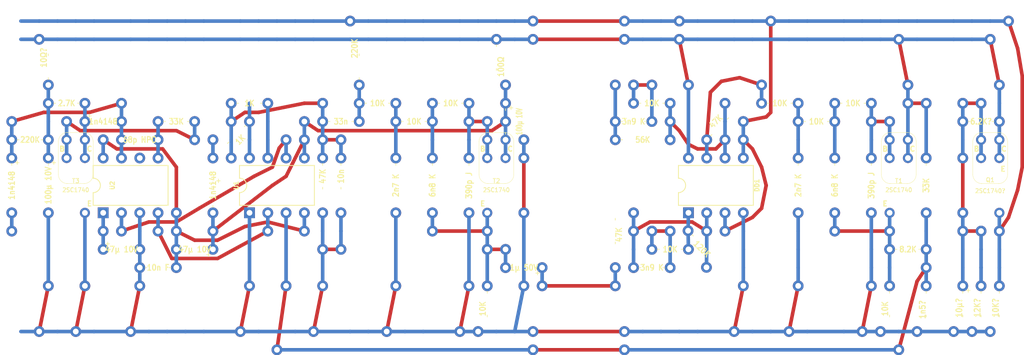
<source format=kicad_pcb>
(kicad_pcb (version 20170123) (host pcbnew "(2017-08-05 revision 2e96a5bc9)-master")

  (general
    (thickness 1.6)
    (drawings 1)
    (tracks 506)
    (zones 0)
    (modules 61)
    (nets 38)
  )

  (page A4)
  (layers
    (0 F.Cu signal)
    (1 In1.Cu signal)
    (2 In2.Cu signal)
    (31 B.Cu signal)
    (32 B.Adhes user)
    (33 F.Adhes user)
    (34 B.Paste user)
    (35 F.Paste user)
    (36 B.SilkS user)
    (37 F.SilkS user)
    (38 B.Mask user)
    (39 F.Mask user)
    (40 Dwgs.User user)
    (41 Cmts.User user)
    (42 Eco1.User user)
    (43 Eco2.User user)
    (44 Edge.Cuts user)
    (45 Margin user)
    (46 B.CrtYd user)
    (47 F.CrtYd user)
    (48 B.Fab user)
    (49 F.Fab user)
  )

  (setup
    (last_trace_width 0.5)
    (trace_clearance 0)
    (zone_clearance 0.508)
    (zone_45_only no)
    (trace_min 0.5)
    (segment_width 0.2)
    (edge_width 0.1)
    (via_size 1.5)
    (via_drill 0.8)
    (via_min_size 1.5)
    (via_min_drill 0.8)
    (uvia_size 1.5)
    (uvia_drill 0.8)
    (uvias_allowed no)
    (uvia_min_size 0.2)
    (uvia_min_drill 0.1)
    (pcb_text_width 0.3)
    (pcb_text_size 1.5 1.5)
    (mod_edge_width 0.15)
    (mod_text_size 1 1)
    (mod_text_width 0.15)
    (pad_size 1.5 1.5)
    (pad_drill 0.6)
    (pad_to_mask_clearance 0)
    (aux_axis_origin 0 0)
    (visible_elements FFFFFF7F)
    (pcbplotparams
      (layerselection 0x00030_ffffffff)
      (usegerberextensions false)
      (excludeedgelayer true)
      (linewidth 0.100000)
      (plotframeref false)
      (viasonmask false)
      (mode 1)
      (useauxorigin false)
      (hpglpennumber 1)
      (hpglpenspeed 20)
      (hpglpendiameter 15)
      (psnegative false)
      (psa4output false)
      (plotreference true)
      (plotvalue true)
      (plotinvisibletext false)
      (padsonsilk false)
      (subtractmaskfromsilk false)
      (outputformat 1)
      (mirror false)
      (drillshape 1)
      (scaleselection 1)
      (outputdirectory ""))
  )

  (net 0 "")
  (net 1 /Input)
  (net 2 "Net-(C1-Pad1)")
  (net 3 GNDA)
  (net 4 "Net-(C2-Pad2)")
  (net 5 "Net-(C3-Pad1)")
  (net 6 "Net-(C3-Pad2)")
  (net 7 "Net-(C4-Pad2)")
  (net 8 "Net-(C5-Pad2)")
  (net 9 "Net-(C6-Pad1)")
  (net 10 "Net-(C7-Pad1)")
  (net 11 "Net-(C8-Pad2)")
  (net 12 "Net-(C12-Pad2)")
  (net 13 "Net-(C9-Pad2)")
  (net 14 "Net-(C10-Pad2)")
  (net 15 "Net-(C11-Pad1)")
  (net 16 "Net-(C12-Pad1)")
  (net 17 "Net-(C13-Pad2)")
  (net 18 "Net-(C13-Pad1)")
  (net 19 "Net-(C14-Pad1)")
  (net 20 "Net-(C15-Pad2)")
  (net 21 "Net-(C17-Pad1)")
  (net 22 "Net-(C18-Pad2)")
  (net 23 "Net-(C18-Pad1)")
  (net 24 "Net-(C19-Pad1)")
  (net 25 /LFO)
  (net 26 "Net-(D3-Pad1)")
  (net 27 /Output)
  (net 28 +5VA)
  (net 29 "Net-(DD1-Pad6)")
  (net 30 "Net-(DD1-Pad7)")
  (net 31 "Net-(R23-Pad1)")
  (net 32 "Net-(R24-Pad2)")
  (net 33 "Net-(R25-Pad2)")
  (net 34 "Net-(U1-Pad2)")
  (net 35 "Net-(U1-Pad6)")
  (net 36 "Net-(U2-Pad6)")
  (net 37 VE)

  (net_class Default "This is the default net class."
    (clearance 0)
    (trace_width 0.5)
    (via_dia 1.5)
    (via_drill 0.8)
    (uvia_dia 1.5)
    (uvia_drill 0.8)
    (diff_pair_gap 0.25)
    (diff_pair_width 0.5)
    (add_net +5VA)
    (add_net /Input)
    (add_net /LFO)
    (add_net /Output)
    (add_net GNDA)
    (add_net "Net-(C1-Pad1)")
    (add_net "Net-(C10-Pad2)")
    (add_net "Net-(C11-Pad1)")
    (add_net "Net-(C12-Pad1)")
    (add_net "Net-(C12-Pad2)")
    (add_net "Net-(C13-Pad1)")
    (add_net "Net-(C13-Pad2)")
    (add_net "Net-(C14-Pad1)")
    (add_net "Net-(C15-Pad2)")
    (add_net "Net-(C17-Pad1)")
    (add_net "Net-(C18-Pad1)")
    (add_net "Net-(C18-Pad2)")
    (add_net "Net-(C19-Pad1)")
    (add_net "Net-(C2-Pad2)")
    (add_net "Net-(C3-Pad1)")
    (add_net "Net-(C3-Pad2)")
    (add_net "Net-(C4-Pad2)")
    (add_net "Net-(C5-Pad2)")
    (add_net "Net-(C6-Pad1)")
    (add_net "Net-(C7-Pad1)")
    (add_net "Net-(C8-Pad2)")
    (add_net "Net-(C9-Pad2)")
    (add_net "Net-(D3-Pad1)")
    (add_net "Net-(DD1-Pad6)")
    (add_net "Net-(DD1-Pad7)")
    (add_net "Net-(R23-Pad1)")
    (add_net "Net-(R24-Pad2)")
    (add_net "Net-(R25-Pad2)")
    (add_net "Net-(U1-Pad2)")
    (add_net "Net-(U1-Pad6)")
    (add_net "Net-(U2-Pad6)")
    (add_net VE)
  )

  (module MyKi_TH_Board_Features:Labled-Circle (layer F.Cu) (tedit 5ACEC6F2) (tstamp 5ACF2CAC)
    (at 35.56 127)
    (tags "label labeled circle node ")
    (attr virtual)
    (fp_text reference LFO (at 0 1.905) (layer F.Adhes)
      (effects (font (size 1 1) (thickness 0.25)))
    )
    (fp_text value REF** (at 0 -2.54 180) (layer F.SilkS) hide
      (effects (font (size 1 1) (thickness 0.15)))
    )
    (fp_circle (center 0 0) (end 0.762 0.508) (layer F.Adhes) (width 0.4))
  )

  (module MyKi_TH_Board_Features:Labled-Circle (layer F.Cu) (tedit 5ACEC69B) (tstamp 5ACF2C1A)
    (at 132.08 132.08)
    (tags "label labeled circle node ")
    (attr virtual)
    (fp_text reference OUTPUT (at 0 1.905) (layer F.Adhes)
      (effects (font (size 1 1) (thickness 0.25)))
    )
    (fp_text value REF** (at 0 -2.54 180) (layer F.SilkS) hide
      (effects (font (size 1 1) (thickness 0.15)))
    )
    (fp_circle (center 0 0) (end 0.762 0.508) (layer F.Adhes) (width 0.4))
  )

  (module MyKi_TH_Board_Features:Labled-Circle (layer F.Cu) (tedit 5ACEC63E) (tstamp 5ACF2ABC)
    (at 128.27 97.79 180)
    (tags "label labeled circle node ")
    (attr virtual)
    (fp_text reference VE (at 0 1.905 180) (layer F.Adhes)
      (effects (font (size 1 1) (thickness 0.25)))
    )
    (fp_text value REF** (at 0 -2.54) (layer F.SilkS) hide
      (effects (font (size 1 1) (thickness 0.15)))
    )
    (fp_circle (center 0 0) (end 0.762 0.508) (layer F.Adhes) (width 0.4))
  )

  (module MyKi_TH_Board_Features:Labled-Circle (layer F.Cu) (tedit 5ACEC57C) (tstamp 5ACF2A84)
    (at 119.38 106.68 180)
    (tags "label labeled circle node ")
    (attr virtual)
    (fp_text reference INPUT (at 0 1.905 180) (layer F.Adhes)
      (effects (font (size 1 1) (thickness 0.25)))
    )
    (fp_text value REF** (at 0 -2.54) (layer F.SilkS) hide
      (effects (font (size 1 1) (thickness 0.15)))
    )
    (fp_circle (center 0 0) (end 0.762 0.508) (layer F.Adhes) (width 0.4))
  )

  (module MyKi_Generics:200Mil_2TH_Polar_Generic placed (layer F.Cu) (tedit 5AC97538) (tstamp 5AC51B5C)
    (at 63.5 119.38 270)
    (tags "generic 2terminal polar value th 200mil")
    (path /5AC36B06)
    (fp_text reference D1 (at 1.27 0 270) (layer F.CrtYd)
      (effects (font (size 0.8 0.7) (thickness 0.15)))
    )
    (fp_text value 1n4148 (at 1.27 0 270) (layer F.SilkS)
      (effects (font (size 0.8 0.7) (thickness 0.15)))
    )
    (fp_line (start 0.762 0) (end 1.016 0) (layer F.SilkS) (width 0.1))
    (fp_line (start 4.064 0) (end 4.318 0) (layer F.SilkS) (width 0.1))
    (fp_line (start 0.381 -0.762) (end 0.889 -0.762) (layer F.SilkS) (width 0.1))
    (fp_line (start 0.635 -0.508) (end 0.635 -1.016) (layer F.SilkS) (width 0.1))
    (pad 2 thru_hole circle (at 5.08 0 270) (size 1.5 1.5) (drill 0.8) (layers *.Cu *.Mask)
      (net 15 "Net-(C11-Pad1)"))
    (pad 1 thru_hole circle (at -2.54 0 270) (size 1.5 1.5) (drill 0.8) (layers *.Cu *.Mask)
      (net 21 "Net-(C17-Pad1)"))
  )

  (module MyKi_Generics:200Mil_2TH_Polar_Generic placed (layer F.Cu) (tedit 5AB9E186) (tstamp 5AC51B6E)
    (at 45.720001 111.76)
    (tags "generic 2terminal polar value th 200mil")
    (path /5ACAFC7B)
    (fp_text reference D3 (at 2.54 0) (layer F.CrtYd)
      (effects (font (size 0.8 0.7) (thickness 0.15)))
    )
    (fp_text value 1n4148 (at 2.54 0) (layer F.SilkS)
      (effects (font (size 0.8 0.7) (thickness 0.15)))
    )
    (fp_line (start 0.635 -0.508) (end 0.635 -1.016) (layer F.SilkS) (width 0.1))
    (fp_line (start 0.381 -0.762) (end 0.889 -0.761999) (layer F.SilkS) (width 0.1))
    (fp_line (start 4.064 0) (end 4.318 0) (layer F.SilkS) (width 0.1))
    (fp_line (start 0.761999 0) (end 1.015999 0) (layer F.SilkS) (width 0.1))
    (pad 1 thru_hole circle (at 0 0) (size 1.5 1.5) (drill 0.8) (layers *.Cu *.Mask)
      (net 26 "Net-(D3-Pad1)"))
    (pad 2 thru_hole circle (at 5.079999 0) (size 1.5 1.5) (drill 0.8) (layers *.Cu *.Mask)
      (net 23 "Net-(C18-Pad1)"))
  )

  (module MyKi_Transistors:Universal_BJT_ECB_SM (layer F.Cu) (tedit 5AC982A3) (tstamp 5AC571A4)
    (at 43.18 116.84)
    (path /5ACAFC7A)
    (fp_text reference T3 (at 1.27 3.175) (layer F.SilkS)
      (effects (font (size 0.6 0.6) (thickness 0.1)))
    )
    (fp_text value 2SC1740 (at 1.27 4.445) (layer F.SilkS)
      (effects (font (size 0.6 0.55) (thickness 0.1)))
    )
    (fp_text user B (at -0.635 -1.27 -180) (layer F.SilkS)
      (effects (font (size 0.7 0.7) (thickness 0.15)))
    )
    (fp_text user C (at 3.175 -1.27 -180) (layer F.SilkS)
      (effects (font (size 0.7 0.7) (thickness 0.15)))
    )
    (fp_text user E (at 3.175 6.35 -180) (layer F.SilkS)
      (effects (font (size 0.7 0.7) (thickness 0.15)))
    )
    (fp_arc (start 0.127 2.286) (end -1.143 2.286) (angle -90) (layer F.SilkS) (width 0.05))
    (fp_arc (start 2.413 2.286) (end 3.683 2.286) (angle 90) (layer F.SilkS) (width 0.05))
    (fp_arc (start 0.127 -2.286) (end 0.127 -3.556) (angle -90) (layer F.SilkS) (width 0.05))
    (fp_arc (start 2.413 -2.286) (end 2.413 -3.556) (angle 90) (layer F.SilkS) (width 0.05))
    (fp_line (start 2.54 -0.762) (end 2.54 -1.778) (layer B.Cu) (width 0.4))
    (fp_line (start 0 -0.762) (end 0 -1.778) (layer B.Cu) (width 0.4))
    (fp_line (start 3.683 2.286) (end 3.683 -2.286) (layer F.SilkS) (width 0.05))
    (fp_line (start -1.143 2.286) (end -1.143 -2.286) (layer F.SilkS) (width 0.05))
    (fp_line (start 0 -3.556) (end 2.54 -3.556) (layer F.SilkS) (width 0.05))
    (fp_line (start 0 3.556) (end 2.54 3.556) (layer F.SilkS) (width 0.05))
    (pad 2 thru_hole circle (at 2.54 -2.54 180) (size 1.4 1.4) (drill 0.8001) (layers *.Cu)
      (net 26 "Net-(D3-Pad1)") (zone_connect 2))
    (pad 2 thru_hole circle (at 2.54 0 180) (size 1.4 1.4) (drill 0.8001) (layers *.Cu)
      (net 26 "Net-(D3-Pad1)") (zone_connect 2))
    (pad 3 thru_hole circle (at 0 -2.54 180) (size 1.4 1.4) (drill 0.8001) (layers *.Cu)
      (net 31 "Net-(R23-Pad1)") (zone_connect 2))
    (pad 3 thru_hole circle (at 0 0 180) (size 1.4 1.4) (drill 0.8001) (layers *.Cu)
      (net 31 "Net-(R23-Pad1)") (zone_connect 2))
    (pad 1 thru_hole circle (at 2.54 7.62 180) (size 1.4 1.4) (drill 0.8001) (layers *.Cu)
      (net 3 GNDA) (zone_connect 2))
  )

  (module MyKi_Generics:200Mil_2TH_Polar_Generic placed (layer F.Cu) (tedit 5AC97905) (tstamp 5AC48F9B)
    (at 40.64 116.84 270)
    (tags "generic 2terminal polar value th 200mil")
    (path /5AC343B6)
    (fp_text reference C14 (at 3.81 0 270) (layer F.CrtYd)
      (effects (font (size 0.8 0.7) (thickness 0.15)))
    )
    (fp_text value "100µ 10V" (at 3.81 0 270) (layer F.SilkS)
      (effects (font (size 0.8 0.7) (thickness 0.15)))
    )
    (fp_line (start 0.635 -0.508) (end 0.635 -1.016) (layer F.SilkS) (width 0.1))
    (fp_line (start 0.381 -0.762) (end 0.889 -0.762) (layer F.SilkS) (width 0.1))
    (fp_line (start 4.064 0) (end 4.318 0) (layer F.SilkS) (width 0.1))
    (fp_line (start 0.762 0) (end 1.016 0) (layer F.SilkS) (width 0.1))
    (pad 1 thru_hole circle (at 0 0 270) (size 1.5 1.5) (drill 0.8) (layers *.Cu *.Mask)
      (net 19 "Net-(C14-Pad1)"))
    (pad 2 thru_hole circle (at 7.62 0 270) (size 1.5 1.5) (drill 0.8) (layers *.Cu *.Mask)
      (net 3 GNDA))
  )

  (module MyKi_Generics:200Mil_2TH_Polar_Generic placed (layer F.Cu) (tedit 5AB9E186) (tstamp 5AC48FA5)
    (at 63.5 129.54 180)
    (tags "generic 2terminal polar value th 200mil")
    (path /5AC36B21)
    (fp_text reference C15 (at 2.54 0 180) (layer F.CrtYd)
      (effects (font (size 0.8 0.7) (thickness 0.15)))
    )
    (fp_text value "47µ 10V" (at 2.54 0 180) (layer F.SilkS)
      (effects (font (size 0.8 0.7) (thickness 0.15)))
    )
    (fp_line (start 0.762 0) (end 1.016 0) (layer F.SilkS) (width 0.1))
    (fp_line (start 4.064 0) (end 4.318 0) (layer F.SilkS) (width 0.1))
    (fp_line (start 0.381 -0.762) (end 0.889 -0.762) (layer F.SilkS) (width 0.1))
    (fp_line (start 0.635 -0.508) (end 0.635 -1.016) (layer F.SilkS) (width 0.1))
    (pad 2 thru_hole circle (at 5.08 0 180) (size 1.5 1.5) (drill 0.8) (layers *.Cu *.Mask)
      (net 20 "Net-(C15-Pad2)"))
    (pad 1 thru_hole circle (at 0 0 180) (size 1.5 1.5) (drill 0.8) (layers *.Cu *.Mask)
      (net 15 "Net-(C11-Pad1)"))
  )

  (module MyKi_Generics:200Mil_2TH_Generic placed (layer F.Cu) (tedit 5AB87F59) (tstamp 5AC48FAD)
    (at 53.34 132.08)
    (tags "generic 2terminal value th 200mil")
    (path /5AC36AFF)
    (fp_text reference C16 (at 2.54 0) (layer F.CrtYd)
      (effects (font (size 0.8 0.7) (thickness 0.15)))
    )
    (fp_text value "10n F" (at 2.54 0) (layer F.SilkS)
      (effects (font (size 0.8 0.7) (thickness 0.15)))
    )
    (fp_line (start 4.064 0) (end 4.318 0) (layer F.SilkS) (width 0.1))
    (fp_line (start 0.762 0) (end 1.016 0) (layer F.SilkS) (width 0.1))
    (pad 1 thru_hole circle (at 0 0) (size 1.5 1.5) (drill 0.8) (layers *.Cu *.Mask)
      (net 3 GNDA))
    (pad 2 thru_hole circle (at 5.08 0) (size 1.5 1.5) (drill 0.8) (layers *.Cu *.Mask)
      (net 20 "Net-(C15-Pad2)"))
  )

  (module MyKi_Generics:200Mil_2TH_Generic placed (layer F.Cu) (tedit 5AB87F59) (tstamp 5AC490BB)
    (at 40.64 109.22)
    (tags "generic 2terminal value th 200mil")
    (path /5AC343F2)
    (fp_text reference R22 (at 2.54 0) (layer F.CrtYd)
      (effects (font (size 0.8 0.7) (thickness 0.15)))
    )
    (fp_text value 2.7K (at 2.54 0) (layer F.SilkS)
      (effects (font (size 0.8 0.7) (thickness 0.15)))
    )
    (fp_line (start 0.762 0) (end 1.016 0) (layer F.SilkS) (width 0.1))
    (fp_line (start 4.064 0) (end 4.318 0) (layer F.SilkS) (width 0.1))
    (pad 2 thru_hole circle (at 5.08 0) (size 1.5 1.5) (drill 0.8) (layers *.Cu *.Mask)
      (net 26 "Net-(D3-Pad1)"))
    (pad 1 thru_hole circle (at 0 0) (size 1.5 1.5) (drill 0.8) (layers *.Cu *.Mask)
      (net 19 "Net-(C14-Pad1)"))
  )

  (module MyKi_Generics:200Mil_2TH_Generic placed (layer F.Cu) (tedit 5AC983D5) (tstamp 5AC490AB)
    (at 40.64 106.68 90)
    (tags "generic 2terminal value th 200mil")
    (path /5AC343BD)
    (fp_text reference R20 (at 3.81 -0.635 90) (layer F.CrtYd)
      (effects (font (size 0.8 0.7) (thickness 0.15)))
    )
    (fp_text value 10Ω? (at 3.81 -0.635 90) (layer F.SilkS)
      (effects (font (size 0.8 0.7) (thickness 0.15)))
    )
    (fp_line (start 0.762 0) (end 1.016 0) (layer F.SilkS) (width 0.1))
    (fp_line (start 4.064 0) (end 4.318 0) (layer F.SilkS) (width 0.1))
    (pad 2 thru_hole circle (at 6.35 -1.27 90) (size 1.5 1.5) (drill 0.8) (layers *.Cu *.Mask)
      (net 28 +5VA))
    (pad 1 thru_hole circle (at 0 0 90) (size 1.5 1.5) (drill 0.8) (layers *.Cu *.Mask)
      (net 19 "Net-(C14-Pad1)"))
  )

  (module MyKi_Generics:200Mil_2TH_Polar_Generic placed (layer F.Cu) (tedit 5AB9E186) (tstamp 5AC48FB7)
    (at 48.26 129.54)
    (tags "generic 2terminal polar value th 200mil")
    (path /5AC36B0D)
    (fp_text reference C17 (at 2.54 0) (layer F.CrtYd)
      (effects (font (size 0.8 0.7) (thickness 0.15)))
    )
    (fp_text value "47µ 10V" (at 2.54 0) (layer F.SilkS)
      (effects (font (size 0.8 0.7) (thickness 0.15)))
    )
    (fp_line (start 0.635 -0.508) (end 0.635 -1.016) (layer F.SilkS) (width 0.1))
    (fp_line (start 0.381 -0.762) (end 0.889 -0.762) (layer F.SilkS) (width 0.1))
    (fp_line (start 4.064 0) (end 4.318 0) (layer F.SilkS) (width 0.1))
    (fp_line (start 0.762 0) (end 1.016 0) (layer F.SilkS) (width 0.1))
    (pad 1 thru_hole circle (at 0 0) (size 1.5 1.5) (drill 0.8) (layers *.Cu *.Mask)
      (net 21 "Net-(C17-Pad1)"))
    (pad 2 thru_hole circle (at 5.08 0) (size 1.5 1.5) (drill 0.8) (layers *.Cu *.Mask)
      (net 3 GNDA))
  )

  (module MyKi_TH_IC:300Mil_DIP8 placed (layer F.Cu) (tedit 5AC842B0) (tstamp 5AC49139)
    (at 68.58 124.46 90)
    (descr "14-lead dip package, row spacing 7.62 mm (300 mils), Socket")
    (tags "DIL DIP PDIP 2.54mm 7.62mm 300mil Socket")
    (path /5AC49623)
    (fp_text reference U1 (at 3.81 -1.8415 90) (layer F.SilkS)
      (effects (font (size 0.6 0.6) (thickness 0.15)))
    )
    (fp_text value MN3207 (at 3.81 4.445 180) (layer F.Fab)
      (effects (font (size 0.8 0.8) (thickness 0.15)))
    )
    (fp_line (start 1.04 9.01) (end 6.58 9.01) (layer F.Fab) (width 0.12))
    (fp_line (start 1.04 -1.39) (end 1.04 9) (layer F.Fab) (width 0.12))
    (fp_line (start 6.58 9) (end 6.58 -1.39) (layer F.Fab) (width 0.12))
    (fp_line (start 6.58 -1.39) (end 4.81 -1.39) (layer F.Fab) (width 0.12))
    (fp_arc (start 3.81 -1.39) (end 2.81 -1.39) (angle -180) (layer F.Fab) (width 0.12))
    (fp_line (start 2.81 -1.39) (end 1.04 -1.39) (layer F.Fab) (width 0.12))
    (fp_line (start 2.81 -1.39) (end 1.04 -1.39) (layer F.SilkS) (width 0.12))
    (fp_line (start 1.04 -1.39) (end 1.04 9) (layer F.SilkS) (width 0.12))
    (fp_line (start 1.04 9.01) (end 6.58 9.01) (layer F.SilkS) (width 0.12))
    (fp_line (start 6.58 9) (end 6.58 -1.39) (layer F.SilkS) (width 0.12))
    (fp_line (start 6.58 -1.39) (end 4.81 -1.39) (layer F.SilkS) (width 0.12))
    (fp_arc (start 3.81 -1.39) (end 2.81 -1.39) (angle -180) (layer F.SilkS) (width 0.12))
    (pad 1 thru_hole rect (at 0 0 90) (size 1.5 1.5) (drill 0.8) (layers *.Cu *.Mask)
      (net 3 GNDA))
    (pad 8 thru_hole circle (at 7.62 0 90) (size 1.5 1.5) (drill 0.8) (layers *.Cu *.Mask)
      (net 33 "Net-(R25-Pad2)"))
    (pad 2 thru_hole circle (at 0 2.54 90) (size 1.5 1.5) (drill 0.8) (layers *.Cu *.Mask)
      (net 34 "Net-(U1-Pad2)"))
    (pad 3 thru_hole circle (at 0 5.08 90) (size 1.5 1.5) (drill 0.8) (layers *.Cu *.Mask)
      (net 8 "Net-(C5-Pad2)"))
    (pad 4 thru_hole circle (at 0 7.62 90) (size 1.5 1.5) (drill 0.8) (layers *.Cu *.Mask)
      (net 20 "Net-(C15-Pad2)"))
    (pad 5 thru_hole circle (at 7.62 7.62 90) (size 1.5 1.5) (drill 0.8) (layers *.Cu *.Mask)
      (net 15 "Net-(C11-Pad1)"))
    (pad 6 thru_hole circle (at 7.62 5.08 90) (size 1.5 1.5) (drill 0.8) (layers *.Cu *.Mask)
      (net 35 "Net-(U1-Pad6)"))
    (pad 7 thru_hole circle (at 7.62 2.54 90) (size 1.5 1.5) (drill 0.8) (layers *.Cu *.Mask)
      (net 32 "Net-(R24-Pad2)"))
    (model MyKi/TH_IC/300Mil_DIP8.wrl
      (at (xyz 0.15 -0.15 0))
      (scale (xyz 1 1 1))
      (rotate (xyz 0 0 90))
    )
  )

  (module MyKi_TH_IC:300Mil_DIP8 placed (layer F.Cu) (tedit 5AC842B5) (tstamp 5AC49151)
    (at 48.26 124.46 90)
    (descr "14-lead dip package, row spacing 7.62 mm (300 mils), Socket")
    (tags "DIL DIP PDIP 2.54mm 7.62mm 300mil Socket")
    (path /5AC4B5B4)
    (fp_text reference U2 (at 3.81 1.27 90) (layer F.SilkS)
      (effects (font (size 0.6 0.6) (thickness 0.15)))
    )
    (fp_text value MN3102 (at 3.81 4.445 180) (layer F.Fab)
      (effects (font (size 0.8 0.8) (thickness 0.15)))
    )
    (fp_arc (start 3.81 -1.39) (end 2.81 -1.39) (angle -180) (layer F.SilkS) (width 0.12))
    (fp_line (start 6.58 -1.39) (end 4.81 -1.39) (layer F.SilkS) (width 0.12))
    (fp_line (start 6.58 9) (end 6.58 -1.39) (layer F.SilkS) (width 0.12))
    (fp_line (start 1.04 9.01) (end 6.58 9.01) (layer F.SilkS) (width 0.12))
    (fp_line (start 1.04 -1.39) (end 1.04 9) (layer F.SilkS) (width 0.12))
    (fp_line (start 2.81 -1.39) (end 1.04 -1.39) (layer F.SilkS) (width 0.12))
    (fp_line (start 2.81 -1.39) (end 1.04 -1.39) (layer F.Fab) (width 0.12))
    (fp_arc (start 3.81 -1.39) (end 2.81 -1.39) (angle -180) (layer F.Fab) (width 0.12))
    (fp_line (start 6.58 -1.39) (end 4.81 -1.39) (layer F.Fab) (width 0.12))
    (fp_line (start 6.58 9) (end 6.58 -1.39) (layer F.Fab) (width 0.12))
    (fp_line (start 1.04 -1.39) (end 1.04 9) (layer F.Fab) (width 0.12))
    (fp_line (start 1.04 9.01) (end 6.58 9.01) (layer F.Fab) (width 0.12))
    (pad 7 thru_hole circle (at 7.62 2.54 90) (size 1.5 1.5) (drill 0.8) (layers *.Cu *.Mask)
      (net 23 "Net-(C18-Pad1)"))
    (pad 6 thru_hole circle (at 7.62 5.08 90) (size 1.5 1.5) (drill 0.8) (layers *.Cu *.Mask)
      (net 36 "Net-(U2-Pad6)"))
    (pad 5 thru_hole circle (at 7.62 7.62 90) (size 1.5 1.5) (drill 0.8) (layers *.Cu *.Mask)
      (net 22 "Net-(C18-Pad2)"))
    (pad 4 thru_hole circle (at 0 7.62 90) (size 1.5 1.5) (drill 0.8) (layers *.Cu *.Mask)
      (net 34 "Net-(U1-Pad2)"))
    (pad 3 thru_hole circle (at 0 5.08 90) (size 1.5 1.5) (drill 0.8) (layers *.Cu *.Mask)
      (net 3 GNDA))
    (pad 2 thru_hole circle (at 0 2.54 90) (size 1.5 1.5) (drill 0.8) (layers *.Cu *.Mask)
      (net 35 "Net-(U1-Pad6)"))
    (pad 8 thru_hole circle (at 7.62 0 90) (size 1.5 1.5) (drill 0.8) (layers *.Cu *.Mask)
      (net 20 "Net-(C15-Pad2)"))
    (pad 1 thru_hole rect (at 0 0 90) (size 1.5 1.5) (drill 0.8) (layers *.Cu *.Mask)
      (net 21 "Net-(C17-Pad1)"))
    (model MyKi/TH_IC/300Mil_DIP8.wrl
      (at (xyz 0.15 -0.15 0))
      (scale (xyz 1 1 1))
      (rotate (xyz 0 0 90))
    )
  )

  (module MyKi_Generics:200Mil_2TH_Generic placed (layer F.Cu) (tedit 5AB87F59) (tstamp 5AC48F2D)
    (at 124.46 111.76 180)
    (tags "generic 2terminal value th 200mil")
    (path /5AC2862A)
    (fp_text reference C1 (at 2.54 0 180) (layer F.CrtYd)
      (effects (font (size 0.8 0.7) (thickness 0.15)))
    )
    (fp_text value "3n9 K" (at 2.54 0 180) (layer F.SilkS)
      (effects (font (size 0.8 0.7) (thickness 0.15)))
    )
    (fp_line (start 4.064 0) (end 4.318 0) (layer F.SilkS) (width 0.1))
    (fp_line (start 0.762 0) (end 1.016 0) (layer F.SilkS) (width 0.1))
    (pad 1 thru_hole circle (at 0 0 180) (size 1.5 1.5) (drill 0.8) (layers *.Cu *.Mask)
      (net 2 "Net-(C1-Pad1)"))
    (pad 2 thru_hole circle (at 5.08 0 180) (size 1.5 1.5) (drill 0.8) (layers *.Cu *.Mask)
      (net 1 /Input))
  )

  (module MyKi_Generics:200Mil_2TH_Generic placed (layer F.Cu) (tedit 5AC98B5F) (tstamp 5AC48F35)
    (at 144.78 121.92 90)
    (tags "generic 2terminal value th 200mil")
    (path /5AC2863F)
    (fp_text reference C2 (at 1.27 0 90) (layer F.CrtYd)
      (effects (font (size 0.8 0.7) (thickness 0.15)))
    )
    (fp_text value "2n7 K" (at 1.27 0 90) (layer F.SilkS)
      (effects (font (size 0.8 0.7) (thickness 0.15)))
    )
    (fp_line (start 0.762 0) (end 1.016 0) (layer F.SilkS) (width 0.1))
    (fp_line (start 4.064 0) (end 4.318 0) (layer F.SilkS) (width 0.1))
    (pad 2 thru_hole circle (at 5.08 0 90) (size 1.5 1.5) (drill 0.8) (layers *.Cu *.Mask)
      (net 4 "Net-(C2-Pad2)"))
    (pad 1 thru_hole circle (at -2.54 0 90) (size 1.5 1.5) (drill 0.8) (layers *.Cu *.Mask)
      (net 3 GNDA))
  )

  (module MyKi_Generics:200Mil_2TH_Generic placed (layer F.Cu) (tedit 5AC98B69) (tstamp 5AC48F3D)
    (at 149.86 121.92 90)
    (tags "generic 2terminal value th 200mil")
    (path /5AC2864C)
    (fp_text reference C3 (at 1.27 0 90) (layer F.CrtYd)
      (effects (font (size 0.8 0.7) (thickness 0.15)))
    )
    (fp_text value "6n8 K" (at 1.27 0 90) (layer F.SilkS)
      (effects (font (size 0.8 0.7) (thickness 0.15)))
    )
    (fp_line (start 0.762 0) (end 1.016 0) (layer F.SilkS) (width 0.1))
    (fp_line (start 4.064 0) (end 4.318 0) (layer F.SilkS) (width 0.1))
    (pad 2 thru_hole circle (at 5.08 0 90) (size 1.5 1.5) (drill 0.8) (layers *.Cu *.Mask)
      (net 6 "Net-(C3-Pad2)"))
    (pad 1 thru_hole circle (at -2.54 0 90) (size 1.5 1.5) (drill 0.8) (layers *.Cu *.Mask)
      (net 5 "Net-(C3-Pad1)"))
  )

  (module MyKi_Generics:200Mil_2TH_Generic placed (layer F.Cu) (tedit 5AC98B6B) (tstamp 5AC48F45)
    (at 154.94 121.92 90)
    (tags "generic 2terminal value th 200mil")
    (path /5ACAFC50)
    (fp_text reference C4 (at 1.27 0 90) (layer F.CrtYd)
      (effects (font (size 0.8 0.7) (thickness 0.15)))
    )
    (fp_text value "390p J" (at 1.27 0 90) (layer F.SilkS)
      (effects (font (size 0.8 0.7) (thickness 0.15)))
    )
    (fp_line (start 4.064 0) (end 4.318 0) (layer F.SilkS) (width 0.1))
    (fp_line (start 0.762 0) (end 1.016 0) (layer F.SilkS) (width 0.1))
    (pad 1 thru_hole circle (at -2.54 0 90) (size 1.5 1.5) (drill 0.8) (layers *.Cu *.Mask)
      (net 3 GNDA))
    (pad 2 thru_hole circle (at 5.08 0 90) (size 1.5 1.5) (drill 0.8) (layers *.Cu *.Mask)
      (net 7 "Net-(C4-Pad2)"))
  )

  (module MyKi_Generics:200Mil_2TH_Generic placed (layer F.Cu) (tedit 5AC99B17) (tstamp 5AC48F4D)
    (at 162.56 139.7 90)
    (tags "generic 2terminal value th 200mil")
    (path /5ACAFC5A)
    (fp_text reference C5 (at 1.778 -0.508 90) (layer F.CrtYd)
      (effects (font (size 0.8 0.7) (thickness 0.15)))
    )
    (fp_text value 1n5? (at 1.778 -0.508 90) (layer F.SilkS)
      (effects (font (size 0.8 0.7) (thickness 0.15)))
    )
    (fp_line (start 4.064 0) (end 4.318 0) (layer F.SilkS) (width 0.1))
    (fp_line (start 0.762 0) (end 1.016 0) (layer F.SilkS) (width 0.1))
    (pad 1 thru_hole circle (at -1.27 -1.27 90) (size 1.5 1.5) (drill 0.8) (layers *.Cu *.Mask)
      (net 3 GNDA))
    (pad 2 thru_hole circle (at 5.08 0 90) (size 1.5 1.5) (drill 0.8) (layers *.Cu *.Mask)
      (net 8 "Net-(C5-Pad2)"))
  )

  (module MyKi_Generics:200Mil_2TH_Generic placed (layer F.Cu) (tedit 5AC97EA8) (tstamp 5AC48F55)
    (at 81.28 116.84 270)
    (tags "generic 2terminal value th 200mil")
    (path /5AC619A4)
    (fp_text reference C6 (at 2.54 0 270) (layer F.CrtYd)
      (effects (font (size 0.8 0.7) (thickness 0.15)))
    )
    (fp_text value 10n (at 2.54 0 270) (layer F.SilkS)
      (effects (font (size 0.8 0.7) (thickness 0.15)))
    )
    (fp_line (start 4.064 0) (end 4.318 0) (layer F.SilkS) (width 0.1))
    (fp_line (start 0.762 0) (end 1.016 0) (layer F.SilkS) (width 0.1))
    (pad 1 thru_hole circle (at 0 0 270) (size 1.5 1.5) (drill 0.8) (layers *.Cu *.Mask)
      (net 9 "Net-(C6-Pad1)"))
    (pad 2 thru_hole circle (at 7.62 0 270) (size 1.5 1.5) (drill 0.8) (layers *.Cu *.Mask)
      (net 3 GNDA))
  )

  (module MyKi_Generics:200Mil_2TH_Generic placed (layer F.Cu) (tedit 5AB87F59) (tstamp 5AC48F5D)
    (at 83.82 111.76 180)
    (tags "generic 2terminal value th 200mil")
    (path /5ACAFC6D)
    (fp_text reference C7 (at 2.54 0 180) (layer F.CrtYd)
      (effects (font (size 0.8 0.7) (thickness 0.15)))
    )
    (fp_text value 33n (at 2.54 0 180) (layer F.SilkS)
      (effects (font (size 0.8 0.7) (thickness 0.15)))
    )
    (fp_line (start 4.064 0) (end 4.318 0) (layer F.SilkS) (width 0.1))
    (fp_line (start 0.762 0) (end 1.016 0) (layer F.SilkS) (width 0.1))
    (pad 1 thru_hole circle (at 0 0 180) (size 1.5 1.5) (drill 0.8) (layers *.Cu *.Mask)
      (net 10 "Net-(C7-Pad1)"))
    (pad 2 thru_hole circle (at 5.08 0 180) (size 1.5 1.5) (drill 0.8) (layers *.Cu *.Mask)
      (net 9 "Net-(C6-Pad1)"))
  )

  (module MyKi_Generics:200Mil_2TH_Generic placed (layer F.Cu) (tedit 5AC98171) (tstamp 5AC48F65)
    (at 88.9 121.92 90)
    (tags "generic 2terminal value th 200mil")
    (path /5ACAFC5D)
    (fp_text reference C8 (at 1.27 0 90) (layer F.CrtYd)
      (effects (font (size 0.8 0.7) (thickness 0.15)))
    )
    (fp_text value "2n7 K" (at 1.27 0 90) (layer F.SilkS)
      (effects (font (size 0.8 0.7) (thickness 0.15)))
    )
    (fp_line (start 0.762 0) (end 1.016 0) (layer F.SilkS) (width 0.1))
    (fp_line (start 4.064 0) (end 4.318 0) (layer F.SilkS) (width 0.1))
    (pad 2 thru_hole circle (at 5.08 0 90) (size 1.5 1.5) (drill 0.8) (layers *.Cu *.Mask)
      (net 11 "Net-(C8-Pad2)"))
    (pad 1 thru_hole circle (at -2.54 0 90) (size 1.5 1.5) (drill 0.8) (layers *.Cu *.Mask)
      (net 3 GNDA))
  )

  (module MyKi_Generics:200Mil_2TH_Generic placed (layer F.Cu) (tedit 5AC98214) (tstamp 5AC48F6D)
    (at 93.98 121.92 90)
    (tags "generic 2terminal value th 200mil")
    (path /5ACAFC5F)
    (fp_text reference C9 (at 1.27 0 90) (layer F.CrtYd)
      (effects (font (size 0.8 0.7) (thickness 0.15)))
    )
    (fp_text value "6n8 K" (at 1.27 0 -90) (layer F.SilkS)
      (effects (font (size 0.8 0.7) (thickness 0.15)))
    )
    (fp_line (start 4.064 0) (end 4.318 0) (layer F.SilkS) (width 0.1))
    (fp_line (start 0.762 0) (end 1.016 0) (layer F.SilkS) (width 0.1))
    (pad 1 thru_hole circle (at -2.54 0 90) (size 1.5 1.5) (drill 0.8) (layers *.Cu *.Mask)
      (net 12 "Net-(C12-Pad2)"))
    (pad 2 thru_hole circle (at 5.08 0 90) (size 1.5 1.5) (drill 0.8) (layers *.Cu *.Mask)
      (net 13 "Net-(C9-Pad2)"))
  )

  (module MyKi_Generics:200Mil_2TH_Generic placed (layer F.Cu) (tedit 5AC98358) (tstamp 5AC48F75)
    (at 99.06 121.92 90)
    (tags "generic 2terminal value th 200mil")
    (path /5AC28788)
    (fp_text reference C10 (at 1.27 0 90) (layer F.CrtYd)
      (effects (font (size 0.8 0.7) (thickness 0.15)))
    )
    (fp_text value "390p J" (at 1.27 0 90) (layer F.SilkS)
      (effects (font (size 0.8 0.7) (thickness 0.15)))
    )
    (fp_line (start 0.762 0) (end 1.016 0) (layer F.SilkS) (width 0.1))
    (fp_line (start 4.064 0) (end 4.318 0) (layer F.SilkS) (width 0.1))
    (pad 2 thru_hole circle (at 5.08 0 90) (size 1.5 1.5) (drill 0.8) (layers *.Cu *.Mask)
      (net 14 "Net-(C10-Pad2)"))
    (pad 1 thru_hole circle (at -2.54 0 90) (size 1.5 1.5) (drill 0.8) (layers *.Cu *.Mask)
      (net 3 GNDA))
  )

  (module MyKi_Generics:200Mil_2TH_Polar_Generic placed (layer F.Cu) (tedit 5AC986AC) (tstamp 5AC48F7F)
    (at 104.14 109.22 270)
    (tags "generic 2terminal polar value th 200mil")
    (path /5AC287C4)
    (fp_text reference C11 (at 2.54 -1.905 270) (layer F.CrtYd)
      (effects (font (size 0.8 0.7) (thickness 0.15)))
    )
    (fp_text value "100µ 10V" (at 2.54 -1.905 270) (layer F.SilkS)
      (effects (font (size 0.8 0.5) (thickness 0.125)))
    )
    (fp_line (start 0.635 -0.508) (end 0.635 -1.016) (layer F.SilkS) (width 0.1))
    (fp_line (start 0.381 -0.762) (end 0.889 -0.762) (layer F.SilkS) (width 0.1))
    (fp_line (start 4.064 0) (end 4.318 0) (layer F.SilkS) (width 0.1))
    (fp_line (start 0.762 0) (end 1.016 0) (layer F.SilkS) (width 0.1))
    (pad 1 thru_hole circle (at 0 0 270) (size 1.5 1.5) (drill 0.8) (layers *.Cu *.Mask)
      (net 15 "Net-(C11-Pad1)"))
    (pad 2 thru_hole circle (at 5.08 -2.54 270) (size 1.5 1.5) (drill 0.8) (layers *.Cu *.Mask)
      (net 3 GNDA))
  )

  (module MyKi_Generics:200Mil_2TH_Polar_Generic placed (layer F.Cu) (tedit 5AC57549) (tstamp 5AC48F89)
    (at 109.22 132.08 180)
    (tags "generic 2terminal polar value th 200mil")
    (path /5AC287D1)
    (fp_text reference C12 (at 2.54 0 180) (layer F.CrtYd)
      (effects (font (size 0.8 0.7) (thickness 0.15)))
    )
    (fp_text value "1µ 50V" (at 2.54 0) (layer F.SilkS)
      (effects (font (size 0.8 0.7) (thickness 0.15)))
    )
    (fp_line (start 0.762 0) (end 1.016 0) (layer F.SilkS) (width 0.1))
    (fp_line (start 4.064 0) (end 4.318 0) (layer F.SilkS) (width 0.1))
    (fp_line (start 0.381 -0.762) (end 0.889 -0.762) (layer F.SilkS) (width 0.1))
    (fp_line (start 0.635 -0.508) (end 0.635 -1.016) (layer F.SilkS) (width 0.1))
    (pad 2 thru_hole circle (at 5.08 0 180) (size 1.5 1.5) (drill 0.8) (layers *.Cu *.Mask)
      (net 12 "Net-(C12-Pad2)"))
    (pad 1 thru_hole circle (at 0 0 180) (size 1.5 1.5) (drill 0.8) (layers *.Cu *.Mask)
      (net 16 "Net-(C12-Pad1)"))
  )

  (module MyKi_Generics:200Mil_2TH_Generic placed (layer F.Cu) (tedit 5AB87F59) (tstamp 5AC48F91)
    (at 127 132.08 180)
    (tags "generic 2terminal value th 200mil")
    (path /5AC28802)
    (fp_text reference C13 (at 2.54 0 180) (layer F.CrtYd)
      (effects (font (size 0.8 0.7) (thickness 0.15)))
    )
    (fp_text value "3n9 K" (at 2.54 0 180) (layer F.SilkS)
      (effects (font (size 0.8 0.7) (thickness 0.15)))
    )
    (fp_line (start 4.064 0) (end 4.318 0) (layer F.SilkS) (width 0.1))
    (fp_line (start 0.762 0) (end 1.016 0) (layer F.SilkS) (width 0.1))
    (pad 1 thru_hole circle (at 0 0 180) (size 1.5 1.5) (drill 0.8) (layers *.Cu *.Mask)
      (net 18 "Net-(C13-Pad1)"))
    (pad 2 thru_hole circle (at 5.08 0 180) (size 1.5 1.5) (drill 0.8) (layers *.Cu *.Mask)
      (net 17 "Net-(C13-Pad2)"))
  )

  (module MyKi_Generics:200Mil_2TH_Generic placed (layer F.Cu) (tedit 5AB87F59) (tstamp 5AC48FBF)
    (at 50.8 114.3)
    (tags "generic 2terminal value th 200mil")
    (path /5AC345B1)
    (fp_text reference C18 (at 2.54 0) (layer F.CrtYd)
      (effects (font (size 0.8 0.7) (thickness 0.15)))
    )
    (fp_text value "68p NPO" (at 2.54 0) (layer F.SilkS)
      (effects (font (size 0.8 0.7) (thickness 0.15)))
    )
    (fp_line (start 0.762 0) (end 1.016 0) (layer F.SilkS) (width 0.1))
    (fp_line (start 4.064 0) (end 4.318 0) (layer F.SilkS) (width 0.1))
    (pad 2 thru_hole circle (at 5.08 0) (size 1.5 1.5) (drill 0.8) (layers *.Cu *.Mask)
      (net 22 "Net-(C18-Pad2)"))
    (pad 1 thru_hole circle (at 0 0) (size 1.5 1.5) (drill 0.8) (layers *.Cu *.Mask)
      (net 23 "Net-(C18-Pad1)"))
  )

  (module MyKi_Generics:200Mil_2TH_Polar_Generic placed (layer F.Cu) (tedit 5AC9AA63) (tstamp 5AC48FC9)
    (at 167.64 134.62 270)
    (tags "generic 2terminal polar value th 200mil")
    (path /5AC9526D)
    (fp_text reference C19 (at 3.048 0.508 270) (layer F.CrtYd)
      (effects (font (size 0.8 0.7) (thickness 0.15)))
    )
    (fp_text value 10µ? (at 3.048 0.508 270) (layer F.SilkS)
      (effects (font (size 0.8 0.7) (thickness 0.15)))
    )
    (fp_line (start 0.635 -0.508) (end 0.635 -1.016) (layer F.SilkS) (width 0.1))
    (fp_line (start 0.381 -0.762) (end 0.889 -0.762) (layer F.SilkS) (width 0.1))
    (fp_line (start 4.064 0) (end 4.318 0) (layer F.SilkS) (width 0.1))
    (fp_line (start 0.762 0) (end 1.016 0) (layer F.SilkS) (width 0.1))
    (pad 1 thru_hole circle (at 0 0 270) (size 1.5 1.5) (drill 0.8) (layers *.Cu *.Mask)
      (net 24 "Net-(C19-Pad1)"))
    (pad 2 thru_hole circle (at 6.35 1.27 270) (size 1.5 1.5) (drill 0.8) (layers *.Cu *.Mask)
      (net 3 GNDA))
  )

  (module MyKi_TH_IC:300Mil_DIP8 placed (layer F.Cu) (tedit 5AC5D81E) (tstamp 5AC48FF9)
    (at 129.54 124.46 90)
    (descr "14-lead dip package, row spacing 7.62 mm (300 mils), Socket")
    (tags "DIL DIP PDIP 2.54mm 7.62mm 300mil Socket")
    (path /5AC2860D)
    (fp_text reference DD1 (at 3.81 9.525 90) (layer F.SilkS)
      (effects (font (size 0.6 0.6) (thickness 0.15)))
    )
    (fp_text value NJM4558 (at 3.81 4.445 180) (layer F.Fab)
      (effects (font (size 0.8 0.8) (thickness 0.15)))
    )
    (fp_arc (start 3.81 -1.39) (end 2.81 -1.39) (angle -180) (layer F.SilkS) (width 0.12))
    (fp_line (start 6.58 -1.39) (end 4.81 -1.39) (layer F.SilkS) (width 0.12))
    (fp_line (start 6.58 9) (end 6.58 -1.39) (layer F.SilkS) (width 0.12))
    (fp_line (start 1.04 9.01) (end 6.58 9.01) (layer F.SilkS) (width 0.12))
    (fp_line (start 1.04 -1.39) (end 1.04 9) (layer F.SilkS) (width 0.12))
    (fp_line (start 2.81 -1.39) (end 1.04 -1.39) (layer F.SilkS) (width 0.12))
    (fp_line (start 2.81 -1.39) (end 1.04 -1.39) (layer F.Fab) (width 0.12))
    (fp_arc (start 3.81 -1.39) (end 2.81 -1.39) (angle -180) (layer F.Fab) (width 0.12))
    (fp_line (start 6.58 -1.39) (end 4.81 -1.39) (layer F.Fab) (width 0.12))
    (fp_line (start 6.58 9) (end 6.58 -1.39) (layer F.Fab) (width 0.12))
    (fp_line (start 1.04 -1.39) (end 1.04 9) (layer F.Fab) (width 0.12))
    (fp_line (start 1.04 9.01) (end 6.58 9.01) (layer F.Fab) (width 0.12))
    (pad 7 thru_hole circle (at 7.62 2.54 90) (size 1.5 1.5) (drill 0.8) (layers *.Cu *.Mask)
      (net 30 "Net-(DD1-Pad7)"))
    (pad 6 thru_hole circle (at 7.62 5.08 90) (size 1.5 1.5) (drill 0.8) (layers *.Cu *.Mask)
      (net 29 "Net-(DD1-Pad6)"))
    (pad 5 thru_hole circle (at 7.62 7.62 90) (size 1.5 1.5) (drill 0.8) (layers *.Cu *.Mask)
      (net 37 VE))
    (pad 4 thru_hole circle (at 0 7.62 90) (size 1.5 1.5) (drill 0.8) (layers *.Cu *.Mask)
      (net 3 GNDA))
    (pad 3 thru_hole circle (at 0 5.08 90) (size 1.5 1.5) (drill 0.8) (layers *.Cu *.Mask)
      (net 37 VE))
    (pad 2 thru_hole circle (at 0 2.54 90) (size 1.5 1.5) (drill 0.8) (layers *.Cu *.Mask)
      (net 17 "Net-(C13-Pad2)"))
    (pad 8 thru_hole circle (at 7.62 0 90) (size 1.5 1.5) (drill 0.8) (layers *.Cu *.Mask)
      (net 28 +5VA))
    (pad 1 thru_hole rect (at 0 0 90) (size 1.5 1.5) (drill 0.8) (layers *.Cu *.Mask)
      (net 27 /Output))
    (model MyKi/TH_IC/300Mil_DIP8.wrl
      (at (xyz 0.15 -0.15 0))
      (scale (xyz 1 1 1))
      (rotate (xyz 0 0 90))
    )
  )

  (module MyKi_Generics:200Mil_2TH_Generic placed (layer F.Cu) (tedit 5AC99E6A) (tstamp 5AC49013)
    (at 119.38 114.3)
    (tags "generic 2terminal value th 200mil")
    (path /5ACAFC4B)
    (fp_text reference R1 (at 3.81 0) (layer F.CrtYd)
      (effects (font (size 0.8 0.7) (thickness 0.15)))
    )
    (fp_text value 56K (at 3.81 0) (layer F.SilkS)
      (effects (font (size 0.8 0.7) (thickness 0.15)))
    )
    (fp_line (start 0.762 0) (end 1.016 0) (layer F.SilkS) (width 0.1))
    (fp_line (start 4.064 0) (end 4.318 0) (layer F.SilkS) (width 0.1))
    (pad 2 thru_hole circle (at 7.62 0) (size 1.5 1.5) (drill 0.8) (layers *.Cu *.Mask)
      (net 29 "Net-(DD1-Pad6)"))
    (pad 1 thru_hole circle (at 0 0) (size 1.5 1.5) (drill 0.8) (layers *.Cu *.Mask)
      (net 1 /Input))
  )

  (module MyKi_Generics:200Mil_2TH_Generic placed (layer F.Cu) (tedit 5AB87F59) (tstamp 5AC4901B)
    (at 121.92 109.22)
    (tags "generic 2terminal value th 200mil")
    (path /5ACAFC49)
    (fp_text reference R2 (at 2.54 0) (layer F.CrtYd)
      (effects (font (size 0.8 0.7) (thickness 0.15)))
    )
    (fp_text value 10K (at 2.54 0) (layer F.SilkS)
      (effects (font (size 0.8 0.7) (thickness 0.15)))
    )
    (fp_line (start 4.064 0) (end 4.318 0) (layer F.SilkS) (width 0.1))
    (fp_line (start 0.762 0) (end 1.016 0) (layer F.SilkS) (width 0.1))
    (pad 1 thru_hole circle (at 0 0) (size 1.5 1.5) (drill 0.8) (layers *.Cu *.Mask)
      (net 2 "Net-(C1-Pad1)"))
    (pad 2 thru_hole circle (at 5.08 0) (size 1.5 1.5) (drill 0.8) (layers *.Cu *.Mask)
      (net 29 "Net-(DD1-Pad6)"))
  )

  (module MyKi_Generics:200Mil_2TH_Generic placed (layer F.Cu) (tedit 5AC9A059) (tstamp 5AC49023)
    (at 135.672102 110.707898 225)
    (tags "generic 2terminal value th 200mil")
    (path /5AC28614)
    (fp_text reference R3 (at 2.385923 0.898026 225) (layer F.CrtYd)
      (effects (font (size 0.8 0.7) (thickness 0.15)))
    )
    (fp_text value 47K (at 2.385923 0.898026 225) (layer F.SilkS)
      (effects (font (size 0.8 0.7) (thickness 0.15)))
    )
    (fp_line (start 0.761999 0) (end 1.015999 0) (layer F.SilkS) (width 0.1))
    (fp_line (start 4.064 0) (end 4.318 0) (layer F.SilkS) (width 0.1))
    (pad 2 thru_hole circle (at 5.079999 0 225) (size 1.5 1.5) (drill 0.8) (layers *.Cu *.Mask)
      (net 30 "Net-(DD1-Pad7)"))
    (pad 1 thru_hole circle (at -0.308154 1.796051 225) (size 1.5 1.5) (drill 0.8) (layers *.Cu *.Mask)
      (net 29 "Net-(DD1-Pad6)"))
  )

  (module MyKi_Generics:200Mil_2TH_Generic placed (layer F.Cu) (tedit 5AB87F59) (tstamp 5AC4902B)
    (at 139.7 109.22)
    (tags "generic 2terminal value th 200mil")
    (path /5AC28638)
    (fp_text reference R4 (at 2.54 0) (layer F.CrtYd)
      (effects (font (size 0.8 0.7) (thickness 0.15)))
    )
    (fp_text value 10K (at 2.54 0) (layer F.SilkS)
      (effects (font (size 0.8 0.7) (thickness 0.15)))
    )
    (fp_line (start 4.064 0) (end 4.318 0) (layer F.SilkS) (width 0.1))
    (fp_line (start 0.762 0) (end 1.016 0) (layer F.SilkS) (width 0.1))
    (pad 1 thru_hole circle (at 0 0) (size 1.5 1.5) (drill 0.8) (layers *.Cu *.Mask)
      (net 30 "Net-(DD1-Pad7)"))
    (pad 2 thru_hole circle (at 5.08 0) (size 1.5 1.5) (drill 0.8) (layers *.Cu *.Mask)
      (net 4 "Net-(C2-Pad2)"))
  )

  (module MyKi_Generics:200Mil_2TH_Generic placed (layer F.Cu) (tedit 5AB87F59) (tstamp 5AC49033)
    (at 144.78 111.76)
    (tags "generic 2terminal value th 200mil")
    (path /5ACAFC56)
    (fp_text reference R5 (at 2.54 0) (layer F.CrtYd)
      (effects (font (size 0.8 0.7) (thickness 0.15)))
    )
    (fp_text value 10K (at 2.54 0) (layer F.SilkS)
      (effects (font (size 0.8 0.7) (thickness 0.15)))
    )
    (fp_line (start 4.064 0) (end 4.318 0) (layer F.SilkS) (width 0.1))
    (fp_line (start 0.762 0) (end 1.016 0) (layer F.SilkS) (width 0.1))
    (pad 1 thru_hole circle (at 0 0) (size 1.5 1.5) (drill 0.8) (layers *.Cu *.Mask)
      (net 4 "Net-(C2-Pad2)"))
    (pad 2 thru_hole circle (at 5.08 0) (size 1.5 1.5) (drill 0.8) (layers *.Cu *.Mask)
      (net 6 "Net-(C3-Pad2)"))
  )

  (module MyKi_Generics:200Mil_2TH_Generic placed (layer F.Cu) (tedit 5AB87F59) (tstamp 5AC4903B)
    (at 149.86 109.22)
    (tags "generic 2terminal value th 200mil")
    (path /5AC28681)
    (fp_text reference R6 (at 2.54 0) (layer F.CrtYd)
      (effects (font (size 0.8 0.7) (thickness 0.15)))
    )
    (fp_text value 10K (at 2.54 0) (layer F.SilkS)
      (effects (font (size 0.8 0.7) (thickness 0.15)))
    )
    (fp_line (start 0.762 0) (end 1.016 0) (layer F.SilkS) (width 0.1))
    (fp_line (start 4.064 0) (end 4.318 0) (layer F.SilkS) (width 0.1))
    (pad 2 thru_hole circle (at 5.08 0) (size 1.5 1.5) (drill 0.8) (layers *.Cu *.Mask)
      (net 7 "Net-(C4-Pad2)"))
    (pad 1 thru_hole circle (at 0 0) (size 1.5 1.5) (drill 0.8) (layers *.Cu *.Mask)
      (net 6 "Net-(C3-Pad2)"))
  )

  (module MyKi_Generics:200Mil_2TH_Generic placed (layer F.Cu) (tedit 5AC99B90) (tstamp 5AC49043)
    (at 157.48 139.7 90)
    (tags "generic 2terminal value th 200mil")
    (path /5AC28667)
    (fp_text reference R7 (at 1.905 -0.635 90) (layer F.CrtYd)
      (effects (font (size 0.8 0.7) (thickness 0.15)))
    )
    (fp_text value 10K (at 1.905 -0.635 90) (layer F.SilkS)
      (effects (font (size 0.8 0.7) (thickness 0.15)))
    )
    (fp_line (start 0.762 0) (end 1.016 0) (layer F.SilkS) (width 0.1))
    (fp_line (start 4.064 0) (end 4.318 0) (layer F.SilkS) (width 0.1))
    (pad 2 thru_hole circle (at 5.08 0 90) (size 1.5 1.5) (drill 0.8) (layers *.Cu *.Mask)
      (net 5 "Net-(C3-Pad1)"))
    (pad 1 thru_hole circle (at -1.27 -1.27 90) (size 1.5 1.5) (drill 0.8) (layers *.Cu *.Mask)
      (net 3 GNDA))
  )

  (module MyKi_Generics:200Mil_2TH_Generic placed (layer F.Cu) (tedit 5AC99BBF) (tstamp 5AC4904B)
    (at 162.56 116.84 270)
    (tags "generic 2terminal value th 200mil")
    (path /5ACAFC59)
    (fp_text reference R8 (at 3.81 0 270) (layer F.CrtYd)
      (effects (font (size 0.8 0.7) (thickness 0.15)))
    )
    (fp_text value 33K (at 3.81 0 270) (layer F.SilkS)
      (effects (font (size 0.8 0.7) (thickness 0.15)))
    )
    (fp_line (start 4.064 0) (end 4.318 0) (layer F.SilkS) (width 0.1))
    (fp_line (start 0.762 0) (end 1.016 0) (layer F.SilkS) (width 0.1))
    (pad 1 thru_hole circle (at 0 0 270) (size 1.5 1.5) (drill 0.8) (layers *.Cu *.Mask)
      (net 28 +5VA))
    (pad 2 thru_hole circle (at 7.62 0 270) (size 1.5 1.5) (drill 0.8) (layers *.Cu *.Mask)
      (net 8 "Net-(C5-Pad2)"))
  )

  (module MyKi_Generics:200Mil_2TH_Generic placed (layer F.Cu) (tedit 5AB87F59) (tstamp 5AC49053)
    (at 157.48 129.54)
    (tags "generic 2terminal value th 200mil")
    (path /5ACAFC58)
    (fp_text reference R9 (at 2.54 0) (layer F.CrtYd)
      (effects (font (size 0.8 0.7) (thickness 0.15)))
    )
    (fp_text value 8.2K (at 2.54 0) (layer F.SilkS)
      (effects (font (size 0.8 0.7) (thickness 0.15)))
    )
    (fp_line (start 4.064 0) (end 4.318 0) (layer F.SilkS) (width 0.1))
    (fp_line (start 0.762 0) (end 1.016 0) (layer F.SilkS) (width 0.1))
    (pad 1 thru_hole circle (at 0 0) (size 1.5 1.5) (drill 0.8) (layers *.Cu *.Mask)
      (net 5 "Net-(C3-Pad1)"))
    (pad 2 thru_hole circle (at 5.08 0) (size 1.5 1.5) (drill 0.8) (layers *.Cu *.Mask)
      (net 8 "Net-(C5-Pad2)"))
  )

  (module MyKi_Generics:200Mil_2TH_Generic placed (layer F.Cu) (tedit 5AC97EA3) (tstamp 5AC4905B)
    (at 78.74 121.92 90)
    (tags "generic 2terminal value th 200mil")
    (path /5AC287E7)
    (fp_text reference R10 (at 2.54 0 90) (layer F.CrtYd)
      (effects (font (size 0.8 0.7) (thickness 0.15)))
    )
    (fp_text value 47K (at 2.54 0 90) (layer F.SilkS)
      (effects (font (size 0.8 0.7) (thickness 0.15)))
    )
    (fp_line (start 0.762 0) (end 1.016 0) (layer F.SilkS) (width 0.1))
    (fp_line (start 4.064 0) (end 4.318 0) (layer F.SilkS) (width 0.1))
    (pad 2 thru_hole circle (at 5.08 0 90) (size 1.5 1.5) (drill 0.8) (layers *.Cu *.Mask)
      (net 9 "Net-(C6-Pad1)"))
    (pad 1 thru_hole circle (at -2.54 0 90) (size 1.5 1.5) (drill 0.8) (layers *.Cu *.Mask)
      (net 3 GNDA))
  )

  (module MyKi_Generics:200Mil_2TH_Generic placed (layer F.Cu) (tedit 5AC983EC) (tstamp 5AC49063)
    (at 83.82 106.68 90)
    (tags "generic 2terminal value th 200mil")
    (path /5AC287D8)
    (fp_text reference R11 (at 5.08 -0.635 90) (layer F.CrtYd)
      (effects (font (size 0.8 0.7) (thickness 0.15)))
    )
    (fp_text value 220K (at 5.08 -0.635 90) (layer F.SilkS)
      (effects (font (size 0.8 0.7) (thickness 0.15)))
    )
    (fp_line (start 4.064 0) (end 4.318 0) (layer F.SilkS) (width 0.1))
    (fp_line (start 0.762 0) (end 1.016 0) (layer F.SilkS) (width 0.1))
    (pad 1 thru_hole circle (at 0 0 90) (size 1.5 1.5) (drill 0.8) (layers *.Cu *.Mask)
      (net 10 "Net-(C7-Pad1)"))
    (pad 2 thru_hole circle (at 8.89 -1.27 90) (size 1.5 1.5) (drill 0.8) (layers *.Cu *.Mask)
      (net 37 VE))
  )

  (module MyKi_Generics:200Mil_2TH_Generic placed (layer F.Cu) (tedit 5AB87F59) (tstamp 5AC4906B)
    (at 83.82 109.22)
    (tags "generic 2terminal value th 200mil")
    (path /5ACAFC5C)
    (fp_text reference R12 (at 2.54 0) (layer F.CrtYd)
      (effects (font (size 0.8 0.7) (thickness 0.15)))
    )
    (fp_text value 10K (at 2.54 0) (layer F.SilkS)
      (effects (font (size 0.8 0.7) (thickness 0.15)))
    )
    (fp_line (start 4.064 0) (end 4.318 0) (layer F.SilkS) (width 0.1))
    (fp_line (start 0.762 0) (end 1.016 0) (layer F.SilkS) (width 0.1))
    (pad 1 thru_hole circle (at 0 0) (size 1.5 1.5) (drill 0.8) (layers *.Cu *.Mask)
      (net 10 "Net-(C7-Pad1)"))
    (pad 2 thru_hole circle (at 5.08 0) (size 1.5 1.5) (drill 0.8) (layers *.Cu *.Mask)
      (net 11 "Net-(C8-Pad2)"))
  )

  (module MyKi_Generics:200Mil_2TH_Generic placed (layer F.Cu) (tedit 5AB87F59) (tstamp 5AC49073)
    (at 88.9 111.76)
    (tags "generic 2terminal value th 200mil")
    (path /5ACAFC66)
    (fp_text reference R13 (at 2.54 0) (layer F.CrtYd)
      (effects (font (size 0.8 0.7) (thickness 0.15)))
    )
    (fp_text value 10K (at 2.54 0) (layer F.SilkS)
      (effects (font (size 0.8 0.7) (thickness 0.15)))
    )
    (fp_line (start 4.064 0) (end 4.318 0) (layer F.SilkS) (width 0.1))
    (fp_line (start 0.762 0) (end 1.016 0) (layer F.SilkS) (width 0.1))
    (pad 1 thru_hole circle (at 0 0) (size 1.5 1.5) (drill 0.8) (layers *.Cu *.Mask)
      (net 11 "Net-(C8-Pad2)"))
    (pad 2 thru_hole circle (at 5.08 0) (size 1.5 1.5) (drill 0.8) (layers *.Cu *.Mask)
      (net 13 "Net-(C9-Pad2)"))
  )

  (module MyKi_Generics:200Mil_2TH_Generic placed (layer F.Cu) (tedit 5AB87F59) (tstamp 5AC4907B)
    (at 93.98 109.22)
    (tags "generic 2terminal value th 200mil")
    (path /5AC287B6)
    (fp_text reference R14 (at 2.54 0) (layer F.CrtYd)
      (effects (font (size 0.8 0.7) (thickness 0.15)))
    )
    (fp_text value 10K (at 2.54 0) (layer F.SilkS)
      (effects (font (size 0.8 0.7) (thickness 0.15)))
    )
    (fp_line (start 0.762 0) (end 1.016 0) (layer F.SilkS) (width 0.1))
    (fp_line (start 4.064 0) (end 4.318 0) (layer F.SilkS) (width 0.1))
    (pad 2 thru_hole circle (at 5.08 0) (size 1.5 1.5) (drill 0.8) (layers *.Cu *.Mask)
      (net 14 "Net-(C10-Pad2)"))
    (pad 1 thru_hole circle (at 0 0) (size 1.5 1.5) (drill 0.8) (layers *.Cu *.Mask)
      (net 13 "Net-(C9-Pad2)"))
  )

  (module MyKi_Generics:200Mil_2TH_Generic placed (layer F.Cu) (tedit 5AC98474) (tstamp 5AC49083)
    (at 102.87 100.33 270)
    (tags "generic 2terminal value th 200mil")
    (path /5AC287BD)
    (fp_text reference R15 (at 3.81 -0.635 270) (layer F.CrtYd)
      (effects (font (size 0.8 0.7) (thickness 0.15)))
    )
    (fp_text value 100Ω (at 3.81 -0.635 270) (layer F.SilkS)
      (effects (font (size 0.8 0.7) (thickness 0.15)))
    )
    (fp_line (start 4.064 0) (end 4.318 0) (layer F.SilkS) (width 0.1))
    (fp_line (start 0.762 0) (end 1.016 0) (layer F.SilkS) (width 0.1))
    (pad 1 thru_hole circle (at 0 0 270) (size 1.5 1.5) (drill 0.8) (layers *.Cu *.Mask)
      (net 28 +5VA))
    (pad 2 thru_hole circle (at 6.35 -1.27 270) (size 1.5 1.5) (drill 0.8) (layers *.Cu *.Mask)
      (net 15 "Net-(C11-Pad1)"))
  )

  (module MyKi_Generics:200Mil_2TH_Generic placed (layer F.Cu) (tedit 5AC984E3) (tstamp 5AC4908B)
    (at 101.6 139.7 90)
    (tags "generic 2terminal value th 200mil")
    (path /5AC2879C)
    (fp_text reference R16 (at 1.905 -0.635 90) (layer F.CrtYd)
      (effects (font (size 0.8 0.7) (thickness 0.15)))
    )
    (fp_text value 10K (at 1.905 -0.635 90) (layer F.SilkS)
      (effects (font (size 0.8 0.7) (thickness 0.15)))
    )
    (fp_line (start 0.762 0) (end 1.016 0) (layer F.SilkS) (width 0.1))
    (fp_line (start 4.064 0) (end 4.318 0) (layer F.SilkS) (width 0.1))
    (pad 2 thru_hole circle (at 5.08 0 90) (size 1.5 1.5) (drill 0.8) (layers *.Cu *.Mask)
      (net 12 "Net-(C12-Pad2)"))
    (pad 1 thru_hole circle (at -1.27 -1.27 90) (size 1.5 1.5) (drill 0.8) (layers *.Cu *.Mask)
      (net 3 GNDA))
  )

  (module MyKi_Generics:200Mil_2TH_Generic placed (layer F.Cu) (tedit 5AC9A5D0) (tstamp 5AC49093)
    (at 119.38 129.54 90)
    (tags "generic 2terminal value th 200mil")
    (path /5AC28818)
    (fp_text reference R17 (at 2.032 0.508 90) (layer F.CrtYd)
      (effects (font (size 0.8 0.7) (thickness 0.15)))
    )
    (fp_text value 47K (at 2.032 0.508 90) (layer F.SilkS)
      (effects (font (size 0.8 0.7) (thickness 0.15)))
    )
    (fp_line (start 4.064 0) (end 4.318 0) (layer F.SilkS) (width 0.1))
    (fp_line (start 0.762 0) (end 1.016 0) (layer F.SilkS) (width 0.1))
    (pad 1 thru_hole circle (at -2.54 0 90) (size 1.5 1.5) (drill 0.8) (layers *.Cu *.Mask)
      (net 16 "Net-(C12-Pad1)"))
    (pad 2 thru_hole circle (at 5.08 2.54 90) (size 1.5 1.5) (drill 0.8) (layers *.Cu *.Mask)
      (net 17 "Net-(C13-Pad2)"))
  )

  (module MyKi_Generics:200Mil_2TH_Generic placed (layer F.Cu) (tedit 5AC9A41B) (tstamp 5AC4909B)
    (at 133.096 130.556 135)
    (tags "generic 2terminal value th 200mil")
    (path /5AC28809)
    (fp_text reference R18 (at 1.93691 -0.449013 135) (layer F.CrtYd)
      (effects (font (size 0.8 0.7) (thickness 0.15)))
    )
    (fp_text value 120K (at 1.93691 -0.449013 135) (layer F.SilkS)
      (effects (font (size 0.8 0.7) (thickness 0.15)))
    )
    (fp_line (start 0.761999 0) (end 1.015999 0) (layer F.SilkS) (width 0.1))
    (fp_line (start 4.064 0) (end 4.318 0) (layer F.SilkS) (width 0.1))
    (pad 2 thru_hole circle (at 5.100785 0 135) (size 1.5 1.5) (drill 0.8) (layers *.Cu *.Mask)
      (net 27 /Output))
    (pad 1 thru_hole circle (at -0.308154 -1.796051 135) (size 1.5 1.5) (drill 0.8) (layers *.Cu *.Mask)
      (net 17 "Net-(C13-Pad2)"))
  )

  (module MyKi_Generics:200Mil_2TH_Generic placed (layer F.Cu) (tedit 5AB87F59) (tstamp 5AC490A3)
    (at 124.46 129.54)
    (tags "generic 2terminal value th 200mil")
    (path /5AC287FB)
    (fp_text reference R19 (at 2.54 0) (layer F.CrtYd)
      (effects (font (size 0.8 0.7) (thickness 0.15)))
    )
    (fp_text value 10K (at 2.54 0) (layer F.SilkS)
      (effects (font (size 0.8 0.7) (thickness 0.15)))
    )
    (fp_line (start 0.762 0) (end 1.016 0) (layer F.SilkS) (width 0.1))
    (fp_line (start 4.064 0) (end 4.318 0) (layer F.SilkS) (width 0.1))
    (pad 2 thru_hole circle (at 5.08 0) (size 1.5 1.5) (drill 0.8) (layers *.Cu *.Mask)
      (net 27 /Output))
    (pad 1 thru_hole circle (at 0 0) (size 1.5 1.5) (drill 0.8) (layers *.Cu *.Mask)
      (net 18 "Net-(C13-Pad1)"))
  )

  (module MyKi_Generics:200Mil_2TH_Generic placed (layer F.Cu) (tedit 5AC987E8) (tstamp 5AC490B3)
    (at 40.64 114.3 180)
    (tags "generic 2terminal value th 200mil")
    (path /5AC343EB)
    (fp_text reference R21 (at 2.54 0 180) (layer F.CrtYd)
      (effects (font (size 0.8 0.7) (thickness 0.15)))
    )
    (fp_text value 220K (at 2.54 0 180) (layer F.SilkS)
      (effects (font (size 0.8 0.7) (thickness 0.15)))
    )
    (fp_line (start 4.064 0) (end 4.318 0) (layer F.SilkS) (width 0.1))
    (fp_line (start 0.762 0) (end 1.016 0) (layer F.SilkS) (width 0.1))
    (pad 1 thru_hole circle (at 0 0 180) (size 1.5 1.5) (drill 0.8) (layers *.Cu *.Mask)
      (net 19 "Net-(C14-Pad1)"))
    (pad 2 thru_hole circle (at 5.08 0 180) (size 1.5 1.5) (drill 0.8) (layers *.Cu *.Mask)
      (net 23 "Net-(C18-Pad1)"))
  )

  (module MyKi_Generics:200Mil_2TH_Generic placed (layer F.Cu) (tedit 5AB87F59) (tstamp 5AC490C3)
    (at 60.96 111.76 180)
    (tags "generic 2terminal value th 200mil")
    (path /5AC343FF)
    (fp_text reference R23 (at 2.54 0 180) (layer F.CrtYd)
      (effects (font (size 0.8 0.7) (thickness 0.15)))
    )
    (fp_text value 33K (at 2.54 0 180) (layer F.SilkS)
      (effects (font (size 0.8 0.7) (thickness 0.15)))
    )
    (fp_line (start 0.761999 0) (end 1.015999 0) (layer F.SilkS) (width 0.1))
    (fp_line (start 4.064 0) (end 4.318 0) (layer F.SilkS) (width 0.1))
    (pad 2 thru_hole circle (at 5.079999 0 180) (size 1.5 1.5) (drill 0.8) (layers *.Cu *.Mask)
      (net 22 "Net-(C18-Pad2)"))
    (pad 1 thru_hole circle (at 0 0 180) (size 1.5 1.5) (drill 0.8) (layers *.Cu *.Mask)
      (net 31 "Net-(R23-Pad1)"))
  )

  (module MyKi_Generics:200Mil_2TH_Generic placed (layer F.Cu) (tedit 5AB87F59) (tstamp 5AC490CB)
    (at 66.04 109.22)
    (tags "generic 2terminal value th 200mil")
    (path /5AC60BD5)
    (fp_text reference R24 (at 2.54 0) (layer F.CrtYd)
      (effects (font (size 0.8 0.7) (thickness 0.15)))
    )
    (fp_text value 1K (at 2.54 0) (layer F.SilkS)
      (effects (font (size 0.8 0.7) (thickness 0.15)))
    )
    (fp_line (start 4.064 0) (end 4.318 0) (layer F.SilkS) (width 0.1))
    (fp_line (start 0.762 0) (end 1.016 0) (layer F.SilkS) (width 0.1))
    (pad 1 thru_hole circle (at 0 0) (size 1.5 1.5) (drill 0.8) (layers *.Cu *.Mask)
      (net 9 "Net-(C6-Pad1)"))
    (pad 2 thru_hole circle (at 5.08 0) (size 1.5 1.5) (drill 0.8) (layers *.Cu *.Mask)
      (net 32 "Net-(R24-Pad2)"))
  )

  (module MyKi_Generics:200Mil_2TH_Generic placed (layer F.Cu) (tedit 5AC965FC) (tstamp 5AC490D3)
    (at 64.987898 115.352102 45)
    (tags "generic 2terminal value th 200mil")
    (path /5AC60BDC)
    (fp_text reference R25 (at 2.385923 0.898026 45) (layer F.CrtYd)
      (effects (font (size 0.8 0.7) (thickness 0.15)))
    )
    (fp_text value 1K (at 2.385923 0.898026 45) (layer F.SilkS)
      (effects (font (size 0.8 0.7) (thickness 0.15)))
    )
    (fp_line (start 0.761999 0) (end 1.015999 0) (layer F.SilkS) (width 0.1))
    (fp_line (start 4.064 0) (end 4.318 0) (layer F.SilkS) (width 0.1))
    (pad 2 thru_hole circle (at 5.079999 0 45) (size 1.5 1.5) (drill 0.8) (layers *.Cu *.Mask)
      (net 33 "Net-(R25-Pad2)"))
    (pad 1 thru_hole circle (at -0.308154 1.796051 45) (size 1.5 1.5) (drill 0.8) (layers *.Cu *.Mask)
      (net 9 "Net-(C6-Pad1)"))
  )

  (module MyKi_Generics:200Mil_2TH_Generic placed (layer F.Cu) (tedit 5AB87F59) (tstamp 5AC490DB)
    (at 172.72 111.76 180)
    (tags "generic 2terminal value th 200mil")
    (path /5AC9525F)
    (fp_text reference R26 (at 2.54 0 180) (layer F.CrtYd)
      (effects (font (size 0.8 0.7) (thickness 0.15)))
    )
    (fp_text value 6.2K? (at 2.54 0 180) (layer F.SilkS)
      (effects (font (size 0.8 0.7) (thickness 0.15)))
    )
    (fp_line (start 0.761999 0) (end 1.015999 0) (layer F.SilkS) (width 0.1))
    (fp_line (start 4.064 0) (end 4.318 0) (layer F.SilkS) (width 0.1))
    (pad 2 thru_hole circle (at 5.079999 0 180) (size 1.5 1.5) (drill 0.8) (layers *.Cu *.Mask)
      (net 24 "Net-(C19-Pad1)"))
    (pad 1 thru_hole circle (at 0 0 180) (size 1.5 1.5) (drill 0.8) (layers *.Cu *.Mask)
      (net 28 +5VA))
  )

  (module MyKi_Generics:200Mil_2TH_Generic placed (layer F.Cu) (tedit 5AC9AA70) (tstamp 5AC490E3)
    (at 170.18 134.62 270)
    (tags "generic 2terminal value th 200mil")
    (path /5AC95266)
    (fp_text reference R27 (at 3.048 0.508 270) (layer F.CrtYd)
      (effects (font (size 0.8 0.7) (thickness 0.15)))
    )
    (fp_text value 12K? (at 3.048 0.508 270) (layer F.SilkS)
      (effects (font (size 0.8 0.7) (thickness 0.15)))
    )
    (fp_line (start 4.064 0) (end 4.318 0) (layer F.SilkS) (width 0.1))
    (fp_line (start 0.762 0) (end 1.016 0) (layer F.SilkS) (width 0.1))
    (pad 1 thru_hole circle (at 0 0 270) (size 1.5 1.5) (drill 0.8) (layers *.Cu *.Mask)
      (net 24 "Net-(C19-Pad1)"))
    (pad 2 thru_hole circle (at 6.35 1.27 270) (size 1.5 1.5) (drill 0.8) (layers *.Cu *.Mask)
      (net 3 GNDA))
  )

  (module MyKi_Generics:200Mil_2TH_Generic placed (layer F.Cu) (tedit 5AC9AA79) (tstamp 5AC490EB)
    (at 172.72 134.62 270)
    (tags "generic 2terminal value th 200mil")
    (path /5AC9527B)
    (fp_text reference R28 (at 3.048 0.508 270) (layer F.CrtYd)
      (effects (font (size 0.8 0.7) (thickness 0.15)))
    )
    (fp_text value 10K? (at 3.048 0.508 270) (layer F.SilkS)
      (effects (font (size 0.8 0.7) (thickness 0.15)))
    )
    (fp_line (start 0.762 0) (end 1.016 0) (layer F.SilkS) (width 0.1))
    (fp_line (start 4.064 0) (end 4.318 0) (layer F.SilkS) (width 0.1))
    (pad 2 thru_hole circle (at 6.35 1.27 270) (size 1.5 1.5) (drill 0.8) (layers *.Cu *.Mask)
      (net 3 GNDA))
    (pad 1 thru_hole circle (at 0 0 270) (size 1.5 1.5) (drill 0.8) (layers *.Cu *.Mask)
      (net 37 VE))
  )

  (module MyKi_Generics:200Mil_2TH_Polar_Generic placed (layer F.Cu) (tedit 5AC97871) (tstamp 5AC51B65)
    (at 35.56 116.84 270)
    (tags "generic 2terminal polar value th 200mil")
    (path /5ACAFC87)
    (fp_text reference D2 (at 3.81 0 270) (layer F.CrtYd)
      (effects (font (size 0.8 0.7) (thickness 0.15)))
    )
    (fp_text value 1n4148 (at 3.81 0 270) (layer F.SilkS)
      (effects (font (size 0.8 0.7) (thickness 0.15)))
    )
    (fp_line (start 0.635 -0.508) (end 0.635 -1.016) (layer F.SilkS) (width 0.1))
    (fp_line (start 0.381 -0.762) (end 0.889 -0.761999) (layer F.SilkS) (width 0.1))
    (fp_line (start 4.064 0) (end 4.318 0) (layer F.SilkS) (width 0.1))
    (fp_line (start 0.761999 0) (end 1.015999 0) (layer F.SilkS) (width 0.1))
    (pad 1 thru_hole circle (at 0 0 270) (size 1.5 1.5) (drill 0.8) (layers *.Cu *.Mask)
      (net 23 "Net-(C18-Pad1)"))
    (pad 2 thru_hole circle (at 7.62 0 270) (size 1.5 1.5) (drill 0.8) (layers *.Cu *.Mask)
      (net 25 /LFO))
  )

  (module MyKi_Transistors:Universal_BJT_ECB_SM (layer F.Cu) (tedit 5AC9AAB5) (tstamp 5AC57162)
    (at 170.18 116.84)
    (path /5AC95274)
    (fp_text reference Q1 (at 1.27 3.048) (layer F.SilkS)
      (effects (font (size 0.6 0.6) (thickness 0.1)))
    )
    (fp_text value 2SC1740? (at 1.27 4.572) (layer F.SilkS)
      (effects (font (size 0.6 0.55) (thickness 0.1)))
    )
    (fp_line (start 0 3.556) (end 2.54 3.556) (layer F.SilkS) (width 0.05))
    (fp_line (start 0 -3.556) (end 2.54 -3.556) (layer F.SilkS) (width 0.05))
    (fp_line (start -1.143 2.286) (end -1.143 -2.286) (layer F.SilkS) (width 0.05))
    (fp_line (start 3.683 2.286) (end 3.683 -2.286) (layer F.SilkS) (width 0.05))
    (fp_line (start 0 -0.762) (end 0 -1.778) (layer B.Cu) (width 0.4))
    (fp_line (start 2.54 -0.762) (end 2.54 -1.778) (layer B.Cu) (width 0.4))
    (fp_arc (start 2.413 -2.286) (end 2.413 -3.556) (angle 90) (layer F.SilkS) (width 0.05))
    (fp_arc (start 0.127 -2.286) (end 0.127 -3.556) (angle -90) (layer F.SilkS) (width 0.05))
    (fp_arc (start 2.413 2.286) (end 3.683 2.286) (angle 90) (layer F.SilkS) (width 0.05))
    (fp_arc (start 0.127 2.286) (end -1.143 2.286) (angle -90) (layer F.SilkS) (width 0.05))
    (fp_text user E (at 3.048 1.524 180) (layer F.SilkS)
      (effects (font (size 0.7 0.7) (thickness 0.15)))
    )
    (fp_text user C (at 3.175 -1.27 180) (layer F.SilkS)
      (effects (font (size 0.7 0.7) (thickness 0.15)))
    )
    (fp_text user B (at -0.635 -1.27 180) (layer F.SilkS)
      (effects (font (size 0.7 0.7) (thickness 0.15)))
    )
    (pad 1 thru_hole circle (at 2.54 7.62 180) (size 1.4 1.4) (drill 0.8001) (layers *.Cu)
      (net 37 VE) (zone_connect 2))
    (pad 3 thru_hole circle (at 0 0 180) (size 1.4 1.4) (drill 0.8001) (layers *.Cu)
      (net 24 "Net-(C19-Pad1)") (zone_connect 2))
    (pad 3 thru_hole circle (at 0 -2.54 180) (size 1.4 1.4) (drill 0.8001) (layers *.Cu)
      (net 24 "Net-(C19-Pad1)") (zone_connect 2))
    (pad 2 thru_hole circle (at 2.54 0 180) (size 1.4 1.4) (drill 0.8001) (layers *.Cu)
      (net 28 +5VA) (zone_connect 2))
    (pad 2 thru_hole circle (at 2.54 -2.54 180) (size 1.4 1.4) (drill 0.8001) (layers *.Cu)
      (net 28 +5VA) (zone_connect 2))
  )

  (module MyKi_Transistors:Universal_BJT_ECB_SM (layer F.Cu) (tedit 5AC98B91) (tstamp 5AC57178)
    (at 157.48 116.84)
    (path /5AC2865A)
    (fp_text reference T1 (at 1.27 3.175) (layer F.SilkS)
      (effects (font (size 0.6 0.6) (thickness 0.1)))
    )
    (fp_text value 2SC1740 (at 1.27 4.445) (layer F.SilkS)
      (effects (font (size 0.6 0.55) (thickness 0.1)))
    )
    (fp_text user B (at -0.635 -1.27 180) (layer F.SilkS)
      (effects (font (size 0.7 0.7) (thickness 0.15)))
    )
    (fp_text user C (at 3.175 -1.27 180) (layer F.SilkS)
      (effects (font (size 0.7 0.7) (thickness 0.15)))
    )
    (fp_text user E (at -0.635 6.35 180) (layer F.SilkS)
      (effects (font (size 0.7 0.7) (thickness 0.15)))
    )
    (fp_arc (start 0.127 2.286) (end -1.143 2.286) (angle -90) (layer F.SilkS) (width 0.05))
    (fp_arc (start 2.413 2.286) (end 3.683 2.286) (angle 90) (layer F.SilkS) (width 0.05))
    (fp_arc (start 0.127 -2.286) (end 0.127 -3.556) (angle -90) (layer F.SilkS) (width 0.05))
    (fp_arc (start 2.413 -2.286) (end 2.413 -3.556) (angle 90) (layer F.SilkS) (width 0.05))
    (fp_line (start 2.54 -0.762) (end 2.54 -1.778) (layer B.Cu) (width 0.4))
    (fp_line (start 0 -0.762) (end 0 -1.778) (layer B.Cu) (width 0.4))
    (fp_line (start 3.683 2.286) (end 3.683 -2.286) (layer F.SilkS) (width 0.05))
    (fp_line (start -1.143 2.286) (end -1.143 -2.286) (layer F.SilkS) (width 0.05))
    (fp_line (start 0 -3.556) (end 2.54 -3.556) (layer F.SilkS) (width 0.05))
    (fp_line (start 0 3.556) (end 2.54 3.556) (layer F.SilkS) (width 0.05))
    (pad 2 thru_hole circle (at 2.54 -2.54 180) (size 1.4 1.4) (drill 0.8001) (layers *.Cu)
      (net 28 +5VA) (zone_connect 2))
    (pad 2 thru_hole circle (at 2.54 0 180) (size 1.4 1.4) (drill 0.8001) (layers *.Cu)
      (net 28 +5VA) (zone_connect 2))
    (pad 3 thru_hole circle (at 0 -2.54 180) (size 1.4 1.4) (drill 0.8001) (layers *.Cu)
      (net 7 "Net-(C4-Pad2)") (zone_connect 2))
    (pad 3 thru_hole circle (at 0 0 180) (size 1.4 1.4) (drill 0.8001) (layers *.Cu)
      (net 7 "Net-(C4-Pad2)") (zone_connect 2))
    (pad 1 thru_hole circle (at 0 7.62 180) (size 1.4 1.4) (drill 0.8001) (layers *.Cu)
      (net 5 "Net-(C3-Pad1)") (zone_connect 2))
  )

  (module MyKi_Transistors:Universal_BJT_ECB_SM (layer F.Cu) (tedit 5AC98294) (tstamp 5AC5718E)
    (at 101.6 116.84)
    (path /5AC2878F)
    (fp_text reference T2 (at 1.27 3.175) (layer F.SilkS)
      (effects (font (size 0.6 0.6) (thickness 0.1)))
    )
    (fp_text value 2SC1740 (at 1.27 4.445) (layer F.SilkS)
      (effects (font (size 0.6 0.55) (thickness 0.1)))
    )
    (fp_line (start 0 3.556) (end 2.54 3.556) (layer F.SilkS) (width 0.05))
    (fp_line (start 0 -3.556) (end 2.54 -3.556) (layer F.SilkS) (width 0.05))
    (fp_line (start -1.143 2.286) (end -1.143 -2.286) (layer F.SilkS) (width 0.05))
    (fp_line (start 3.683 2.286) (end 3.683 -2.286) (layer F.SilkS) (width 0.05))
    (fp_line (start 0 -0.762) (end 0 -1.778) (layer B.Cu) (width 0.4))
    (fp_line (start 2.54 -0.762) (end 2.54 -1.778) (layer B.Cu) (width 0.4))
    (fp_arc (start 2.413 -2.286) (end 2.413 -3.556) (angle 90) (layer F.SilkS) (width 0.05))
    (fp_arc (start 0.127 -2.286) (end 0.127 -3.556) (angle -90) (layer F.SilkS) (width 0.05))
    (fp_arc (start 2.413 2.286) (end 3.683 2.286) (angle 90) (layer F.SilkS) (width 0.05))
    (fp_arc (start 0.127 2.286) (end -1.143 2.286) (angle -90) (layer F.SilkS) (width 0.05))
    (fp_text user E (at -0.635 6.35 180) (layer F.SilkS)
      (effects (font (size 0.7 0.7) (thickness 0.15)))
    )
    (fp_text user C (at 3.175 -1.27 180) (layer F.SilkS)
      (effects (font (size 0.7 0.7) (thickness 0.15)))
    )
    (fp_text user B (at -0.635 -1.27 180) (layer F.SilkS)
      (effects (font (size 0.7 0.7) (thickness 0.15)))
    )
    (pad 1 thru_hole circle (at 0 7.62 180) (size 1.4 1.4) (drill 0.8001) (layers *.Cu)
      (net 12 "Net-(C12-Pad2)") (zone_connect 2))
    (pad 3 thru_hole circle (at 0 0 180) (size 1.4 1.4) (drill 0.8001) (layers *.Cu)
      (net 14 "Net-(C10-Pad2)") (zone_connect 2))
    (pad 3 thru_hole circle (at 0 -2.54 180) (size 1.4 1.4) (drill 0.8001) (layers *.Cu)
      (net 14 "Net-(C10-Pad2)") (zone_connect 2))
    (pad 2 thru_hole circle (at 2.54 0 180) (size 1.4 1.4) (drill 0.8001) (layers *.Cu)
      (net 15 "Net-(C11-Pad1)") (zone_connect 2))
    (pad 2 thru_hole circle (at 2.54 -2.54 180) (size 1.4 1.4) (drill 0.8001) (layers *.Cu)
      (net 15 "Net-(C11-Pad1)") (zone_connect 2))
  )

  (gr_text HT-Chorus (at 115.57 118.11) (layer B.CrtYd)
    (effects (font (size 1.5 1.5) (thickness 0.3)))
  )

  (via (at 128.27 97.79) (size 1.5) (drill 0.8) (layers F.Cu B.Cu) (net 37))
  (segment (start 119.38 106.68) (end 119.38 111.76) (width 0.5) (layer B.Cu) (net 1))
  (segment (start 45.72 124.46) (end 45.72 134.62) (width 0.5) (layer B.Cu) (net 3))
  (segment (start 68.58 124.46) (end 68.58 134.62) (width 0.5) (layer B.Cu) (net 3))
  (segment (start 78.74 129.54) (end 78.74 134.62) (width 0.5) (layer B.Cu) (net 3))
  (segment (start 88.9 124.46) (end 88.9 134.62) (width 0.5) (layer B.Cu) (net 3))
  (segment (start 99.06 124.46) (end 99.06 134.62) (width 0.5) (layer B.Cu) (net 3))
  (segment (start 106.68 124.46) (end 106.68 134.62) (width 0.5) (layer B.Cu) (net 3) (tstamp 5ACDB6BA))
  (via (at 106.68 134.62) (size 1.5) (drill 0.8) (layers F.Cu B.Cu) (net 3))
  (via (at 106.68 124.46) (size 1.5) (drill 0.8) (layers F.Cu B.Cu) (net 3))
  (segment (start 106.68 116.84) (end 106.68 124.46) (width 0.5) (layer F.Cu) (net 3) (tstamp 5ADFE103))
  (via (at 106.68 116.84) (size 1.5) (drill 0.8) (layers F.Cu B.Cu) (net 3))
  (segment (start 106.68 114.3) (end 106.68 116.84) (width 0.5) (layer B.Cu) (net 3) (tstamp 5ADFE100) (status 400000))
  (segment (start 106.68 134.62) (end 105.41 140.97) (width 0.5) (layer B.Cu) (net 3) (tstamp 5AE02BB8))
  (via (at 45.72 134.62) (size 1.5) (drill 0.8) (layers F.Cu B.Cu) (net 3))
  (segment (start 45.72 134.62) (end 44.45 140.97) (width 0.5) (layer F.Cu) (net 3) (tstamp 5ACDB558))
  (via (at 44.45 140.97) (size 1.5) (drill 0.8) (layers F.Cu B.Cu) (net 3))
  (segment (start 137.16 124.46) (end 137.16 127) (width 0.5) (layer B.Cu) (net 3) (tstamp 5ACC2ED4) (status 400000))
  (via (at 135.89 140.97) (size 1.5) (drill 0.8) (layers F.Cu B.Cu) (net 3))
  (segment (start 137.16 134.62) (end 135.89 140.97) (width 0.5) (layer F.Cu) (net 3) (tstamp 5ACC2EDD))
  (via (at 137.16 134.62) (size 1.5) (drill 0.8) (layers F.Cu B.Cu) (net 3))
  (segment (start 137.16 132.08) (end 137.16 134.62) (width 0.5) (layer B.Cu) (net 3) (tstamp 5ACC2ED9))
  (segment (start 137.16 129.54) (end 137.16 132.08) (width 0.5) (layer B.Cu) (net 3) (tstamp 5ACC2ED7))
  (segment (start 137.16 127) (end 137.16 129.54) (width 0.5) (layer B.Cu) (net 3) (tstamp 5ACC2ED5))
  (segment (start 144.78 127) (end 144.78 124.46) (width 0.5) (layer B.Cu) (net 3))
  (via (at 143.51 140.97) (size 1.5) (drill 0.8) (layers F.Cu B.Cu) (net 3))
  (segment (start 143.51 140.97) (end 144.78 134.62) (width 0.5) (layer F.Cu) (net 3) (tstamp 5ACA0A1E))
  (segment (start 144.78 132.08) (end 144.78 134.62) (width 0.5) (layer B.Cu) (net 3) (tstamp 5AE18CC4))
  (via (at 144.78 134.62) (size 1.5) (drill 0.8) (layers F.Cu B.Cu) (net 3))
  (segment (start 144.78 129.54) (end 144.78 132.08) (width 0.5) (layer B.Cu) (net 3))
  (segment (start 144.78 127) (end 144.78 129.54) (width 0.5) (layer B.Cu) (net 3))
  (segment (start 73.66 124.46) (end 73.66 134.62) (width 0.5) (layer B.Cu) (net 8))
  (via (at 162.56 132.08) (size 1.5) (drill 0.8) (layers F.Cu B.Cu) (net 8))
  (segment (start 161.29 133.985) (end 162.56 132.08) (width 0.5) (layer F.Cu) (net 8) (tstamp 5ACA0BAD))
  (segment (start 158.75 143.51) (end 161.29 133.985) (width 0.5) (layer F.Cu) (net 8) (tstamp 5ACA0BAC))
  (via (at 158.75 143.51) (size 1.5) (drill 0.8) (layers F.Cu B.Cu) (net 8))
  (segment (start 120.65 143.51) (end 158.75 143.51) (width 0.5) (layer B.Cu) (net 8) (tstamp 5ACA0BA9))
  (via (at 120.65 143.51) (size 1.5) (drill 0.8) (layers F.Cu B.Cu) (net 8))
  (segment (start 107.95 143.51) (end 120.65 143.51) (width 0.5) (layer F.Cu) (net 8) (tstamp 5ACA0BA6))
  (via (at 107.95 143.51) (size 1.5) (drill 0.8) (layers F.Cu B.Cu) (net 8))
  (segment (start 72.39 143.51) (end 107.95 143.51) (width 0.5) (layer B.Cu) (net 8) (tstamp 5ACA0BA3))
  (via (at 72.39 143.51) (size 1.5) (drill 0.8) (layers F.Cu B.Cu) (net 8))
  (segment (start 73.66 134.62) (end 72.39 143.51) (width 0.5) (layer F.Cu) (net 8) (tstamp 5ACA0BA0))
  (via (at 73.66 134.62) (size 1.5) (drill 0.8) (layers F.Cu B.Cu) (net 8))
  (segment (start 101.6 129.54) (end 101.6 134.62) (width 0.5) (layer B.Cu) (net 12))
  (segment (start 162.56 109.22) (end 162.56 116.84) (width 0.5) (layer B.Cu) (net 28))
  (segment (start 160.02 114.3) (end 160.02 109.22) (width 0.5) (layer B.Cu) (net 28))
  (via (at 160.02 106.68) (size 1.5) (drill 0.8) (layers F.Cu B.Cu) (net 28))
  (via (at 162.56 109.22) (size 1.5) (drill 0.8) (layers F.Cu B.Cu) (net 28))
  (segment (start 162.56 109.22) (end 160.02 109.22) (width 0.5) (layer F.Cu) (net 28) (tstamp 5AC99B4B))
  (via (at 160.02 109.22) (size 1.5) (drill 0.8) (layers F.Cu B.Cu) (net 28))
  (segment (start 160.02 106.68) (end 158.75 100.33) (width 0.5) (layer F.Cu) (net 28) (tstamp 5AE18CAA))
  (via (at 158.75 100.33) (size 1.5) (drill 0.8) (layers F.Cu B.Cu) (net 28))
  (segment (start 160.02 109.22) (end 160.02 106.68) (width 0.5) (layer B.Cu) (net 28) (tstamp 5AE18CA2))
  (segment (start 129.54 106.68) (end 129.54 116.84) (width 0.5) (layer B.Cu) (net 28))
  (via (at 128.27 100.33) (size 1.5) (drill 0.8) (layers F.Cu B.Cu) (net 28))
  (segment (start 129.54 106.68) (end 128.27 100.33) (width 0.5) (layer F.Cu) (net 28) (tstamp 5ACC2EF5))
  (via (at 129.54 106.68) (size 1.5) (drill 0.8) (layers F.Cu B.Cu) (net 28))
  (segment (start 105.41 97.79) (end 107.95 97.79) (width 0.5) (layer B.Cu) (net 37) (tstamp 5ACA0B8F))
  (segment (start 123.19 97.79) (end 125.73 97.79) (width 0.5) (layer B.Cu) (net 37) (tstamp 5ACA0B67))
  (segment (start 125.73 97.79) (end 128.27 97.79) (width 0.5) (layer B.Cu) (net 37) (tstamp 5ACA0B69))
  (segment (start 128.27 97.79) (end 130.81 97.79) (width 0.5) (layer B.Cu) (net 37) (tstamp 5ACA0B6B))
  (segment (start 130.81 97.79) (end 135.89 97.79) (width 0.5) (layer B.Cu) (net 37) (tstamp 5ACA0B6D))
  (segment (start 135.89 97.79) (end 138.43 97.79) (width 0.5) (layer B.Cu) (net 37) (tstamp 5ACA0B6F))
  (segment (start 140.97 97.79) (end 138.43 97.79) (width 0.5) (layer B.Cu) (net 37) (tstamp 5ACA0B71))
  (segment (start 120.65 97.79) (end 123.19 97.79) (width 0.5) (layer B.Cu) (net 37) (tstamp 5ACA0B66))
  (segment (start 105.41 97.79) (end 102.87 97.79) (width 0.5) (layer B.Cu) (net 37) (tstamp 5AE02C11))
  (segment (start 102.87 97.79) (end 100.33 97.79) (width 0.5) (layer B.Cu) (net 37) (tstamp 5AE02C13))
  (segment (start 100.33 97.79) (end 97.79 97.79) (width 0.5) (layer B.Cu) (net 37) (tstamp 5AE02C15))
  (segment (start 97.79 97.79) (end 92.71 97.79) (width 0.5) (layer B.Cu) (net 37) (tstamp 5AE02C17))
  (segment (start 92.71 97.79) (end 90.17 97.79) (width 0.5) (layer B.Cu) (net 37) (tstamp 5AE02C19))
  (segment (start 90.17 97.79) (end 87.63 97.79) (width 0.5) (layer B.Cu) (net 37) (tstamp 5AE02C1B))
  (segment (start 87.63 97.79) (end 85.09 97.79) (width 0.5) (layer B.Cu) (net 37) (tstamp 5AE02C1D))
  (segment (start 85.09 97.79) (end 82.55 97.79) (width 0.5) (layer B.Cu) (net 37) (tstamp 5AE02C1F) (status 800000))
  (via (at 120.65 97.79) (size 1.5) (drill 0.8) (layers F.Cu B.Cu) (net 37))
  (segment (start 107.95 97.79) (end 120.65 97.79) (width 0.5) (layer F.Cu) (net 37) (tstamp 5ACA0B92))
  (via (at 107.95 97.79) (size 1.5) (drill 0.8) (layers F.Cu B.Cu) (net 37))
  (segment (start 140.97 97.79) (end 143.51 97.79) (width 0.5) (layer B.Cu) (net 37) (tstamp 5ACA0B73))
  (segment (start 143.51 97.79) (end 146.05 97.79) (width 0.5) (layer B.Cu) (net 37) (tstamp 5ACA0B75))
  (segment (start 146.05 97.79) (end 151.13 97.79) (width 0.5) (layer B.Cu) (net 37) (tstamp 5ACA0B77))
  (segment (start 151.13 97.79) (end 153.67 97.79) (width 0.5) (layer B.Cu) (net 37) (tstamp 5ACA0B79))
  (segment (start 153.67 97.79) (end 156.21 97.79) (width 0.5) (layer B.Cu) (net 37) (tstamp 5ACA0B7B))
  (segment (start 156.21 97.79) (end 158.75 97.79) (width 0.5) (layer B.Cu) (net 37) (tstamp 5ACA0B7D))
  (segment (start 158.75 97.79) (end 161.29 97.79) (width 0.5) (layer B.Cu) (net 37) (tstamp 5ACA0B7F))
  (segment (start 161.29 97.79) (end 166.37 97.79) (width 0.5) (layer B.Cu) (net 37) (tstamp 5ACA0B81))
  (segment (start 166.37 97.79) (end 168.91 97.79) (width 0.5) (layer B.Cu) (net 37) (tstamp 5ACA0B83))
  (segment (start 168.91 97.79) (end 171.45 97.79) (width 0.5) (layer B.Cu) (net 37) (tstamp 5ACA0B85))
  (segment (start 171.45 97.79) (end 173.99 97.79) (width 0.5) (layer B.Cu) (net 37) (tstamp 5ACA0B87))
  (via (at 173.99 97.79) (size 1.5) (drill 0.8) (layers F.Cu B.Cu) (net 37))
  (segment (start 173.99 97.79) (end 175.26 101.6) (width 0.5) (layer F.Cu) (net 37) (tstamp 5ACA0B59))
  (via (at 172.72 127) (size 1.5) (drill 0.8) (layers F.Cu B.Cu) (net 37))
  (segment (start 173.99 125.095) (end 172.72 127) (width 0.5) (layer F.Cu) (net 37) (tstamp 5ACA0B62))
  (segment (start 175.26 121.285) (end 173.99 125.095) (width 0.5) (layer F.Cu) (net 37) (tstamp 5ACA0B60))
  (segment (start 175.895 118.11) (end 175.26 121.285) (width 0.5) (layer F.Cu) (net 37) (tstamp 5ACA0B5E))
  (segment (start 175.895 105.41) (end 175.895 118.11) (width 0.5) (layer F.Cu) (net 37) (tstamp 5ACA0B5C))
  (segment (start 175.26 101.6) (end 175.895 105.41) (width 0.5) (layer F.Cu) (net 37) (tstamp 5ACA0B5A))
  (via (at 119.38 106.68) (size 1.5) (drill 0.8) (layers F.Cu B.Cu) (net 1))
  (segment (start 119.38 111.76) (end 119.38 114.3) (width 0.5) (layer B.Cu) (net 1) (tstamp 5AC9A0C6) (status C00000))
  (segment (start 124.46 111.76) (end 124.46 109.22) (width 0.5) (layer B.Cu) (net 2) (tstamp 5AC9A0BC) (status 400000))
  (segment (start 121.92 106.68) (end 121.92 109.22) (width 0.5) (layer B.Cu) (net 2) (tstamp 5AC9A0C4) (status 800000))
  (via (at 121.92 106.68) (size 1.5) (drill 0.8) (layers F.Cu B.Cu) (net 2))
  (segment (start 124.46 106.68) (end 121.92 106.68) (width 0.5) (layer F.Cu) (net 2) (tstamp 5AC9A0C1))
  (via (at 124.46 106.68) (size 1.5) (drill 0.8) (layers F.Cu B.Cu) (net 2))
  (segment (start 124.46 109.22) (end 124.46 106.68) (width 0.5) (layer B.Cu) (net 2) (tstamp 5AC9A0BD))
  (segment (start 123.19 140.97) (end 120.65 140.97) (width 0.5) (layer B.Cu) (net 3) (tstamp 5ACA0AF4))
  (segment (start 107.95 140.97) (end 105.41 140.97) (width 0.5) (layer B.Cu) (net 3) (tstamp 5AE02BB9))
  (via (at 107.95 140.97) (size 1.5) (drill 0.8) (layers F.Cu B.Cu) (net 3))
  (segment (start 120.65 140.97) (end 107.95 140.97) (width 0.5) (layer F.Cu) (net 3) (tstamp 5ACA0AF7))
  (via (at 120.65 140.97) (size 1.5) (drill 0.8) (layers F.Cu B.Cu) (net 3))
  (segment (start 123.19 140.97) (end 125.73 140.97) (width 0.5) (layer B.Cu) (net 3) (tstamp 5ACA0ADC))
  (segment (start 140.97 140.97) (end 143.51 140.97) (width 0.5) (layer B.Cu) (net 3) (tstamp 5ACA0AE7))
  (segment (start 138.43 140.97) (end 140.97 140.97) (width 0.5) (layer B.Cu) (net 3) (tstamp 5ACA0AE5))
  (segment (start 135.89 140.97) (end 138.43 140.97) (width 0.5) (layer B.Cu) (net 3) (tstamp 5ACA0AE3))
  (segment (start 130.81 140.97) (end 135.89 140.97) (width 0.5) (layer B.Cu) (net 3) (tstamp 5ACA0AE1))
  (segment (start 128.27 140.97) (end 130.81 140.97) (width 0.5) (layer B.Cu) (net 3) (tstamp 5ACA0ADF))
  (segment (start 125.73 140.97) (end 128.27 140.97) (width 0.5) (layer B.Cu) (net 3) (tstamp 5ACA0ADD))
  (segment (start 153.67 140.97) (end 151.13 140.97) (width 0.5) (layer B.Cu) (net 3) (tstamp 5ACA0A17))
  (segment (start 146.05 140.97) (end 143.51 140.97) (width 0.5) (layer B.Cu) (net 3) (tstamp 5ACA0A1A))
  (segment (start 151.13 140.97) (end 146.05 140.97) (width 0.5) (layer B.Cu) (net 3) (tstamp 5ACA0A18))
  (segment (start 161.29 140.97) (end 166.37 140.97) (width 0.5) (layer B.Cu) (net 3) (tstamp 5ACA0A10) (status C00000))
  (segment (start 166.37 140.97) (end 168.91 140.97) (width 0.5) (layer B.Cu) (net 3) (tstamp 5ACA0A11) (status C00000))
  (segment (start 168.91 140.97) (end 171.45 140.97) (width 0.5) (layer B.Cu) (net 3) (tstamp 5ACA0A13) (status C00000))
  (segment (start 154.94 134.62) (end 153.67 140.97) (width 0.5) (layer F.Cu) (net 3) (tstamp 5ACA0A0B))
  (via (at 154.94 134.62) (size 1.5) (drill 0.8) (layers F.Cu B.Cu) (net 3))
  (segment (start 154.94 132.08) (end 154.94 134.62) (width 0.5) (layer B.Cu) (net 3) (tstamp 5AE18CB3))
  (segment (start 154.94 129.54) (end 154.94 132.08) (width 0.5) (layer B.Cu) (net 3) (tstamp 5AE18CB1))
  (segment (start 154.94 127) (end 154.94 129.54) (width 0.5) (layer B.Cu) (net 3) (tstamp 5AE18CAF))
  (segment (start 154.94 124.46) (end 154.94 127) (width 0.5) (layer B.Cu) (net 3) (tstamp 5AE18CAE) (status 400000))
  (segment (start 153.67 140.97) (end 156.21 140.97) (width 0.5) (layer B.Cu) (net 3) (tstamp 5ACA0A0E) (status 800000))
  (via (at 153.67 140.97) (size 1.5) (drill 0.8) (layers F.Cu B.Cu) (net 3))
  (segment (start 161.29 140.97) (end 158.75 140.97) (width 0.5) (layer B.Cu) (net 3) (tstamp 5AC99BA2) (status 400000))
  (segment (start 158.75 140.97) (end 156.21 140.97) (width 0.5) (layer B.Cu) (net 3) (tstamp 5AC99BA3) (status 800000))
  (segment (start 144.78 114.3) (end 144.78 116.84) (width 0.5) (layer B.Cu) (net 4))
  (segment (start 144.78 111.76) (end 144.78 114.3) (width 0.5) (layer B.Cu) (net 4))
  (segment (start 144.78 109.22) (end 144.78 111.76) (width 0.5) (layer B.Cu) (net 4))
  (segment (start 157.48 127) (end 157.48 129.54) (width 0.5) (layer B.Cu) (net 5) (tstamp 5AC99B6C) (status 800000))
  (segment (start 157.48 129.54) (end 157.48 132.08) (width 0.5) (layer B.Cu) (net 5) (tstamp 5AC99B6D) (status 400000))
  (segment (start 157.48 132.08) (end 157.48 134.62) (width 0.5) (layer B.Cu) (net 5) (tstamp 5AC99B6F) (status 800000))
  (segment (start 157.48 124.46) (end 157.48 127) (width 0.5) (layer B.Cu) (net 5) (tstamp 5AE18CCC) (status 400000))
  (via (at 157.48 127) (size 1.5) (drill 0.8) (layers F.Cu B.Cu) (net 5))
  (segment (start 157.48 127) (end 149.86 127) (width 0.5) (layer F.Cu) (net 5) (tstamp 5AE18CCF))
  (via (at 149.86 127) (size 1.5) (drill 0.8) (layers F.Cu B.Cu) (net 5))
  (segment (start 149.86 124.46) (end 149.86 127) (width 0.5) (layer B.Cu) (net 5))
  (segment (start 149.86 114.3) (end 149.86 116.84) (width 0.5) (layer B.Cu) (net 6))
  (segment (start 149.86 111.76) (end 149.86 114.3) (width 0.5) (layer B.Cu) (net 6))
  (segment (start 149.86 111.76) (end 149.86 109.22) (width 0.5) (layer B.Cu) (net 6))
  (segment (start 154.94 114.3) (end 154.94 116.84) (width 0.5) (layer B.Cu) (net 7))
  (segment (start 154.94 111.76) (end 154.94 114.3) (width 0.5) (layer B.Cu) (net 7))
  (segment (start 154.94 109.22) (end 154.94 111.76) (width 0.5) (layer B.Cu) (net 7) (tstamp 5AE18C94) (status 400000))
  (via (at 154.94 111.76) (size 1.5) (drill 0.8) (layers F.Cu B.Cu) (net 7))
  (segment (start 154.94 111.76) (end 157.48 111.76) (width 0.5) (layer F.Cu) (net 7) (tstamp 5AE18C98))
  (via (at 157.48 111.76) (size 1.5) (drill 0.8) (layers F.Cu B.Cu) (net 7))
  (segment (start 157.48 111.76) (end 157.48 114.3) (width 0.5) (layer B.Cu) (net 7) (tstamp 5AE18C9B) (status 800000))
  (segment (start 157.48 114.3) (end 157.48 116.84) (width 0.5) (layer B.Cu) (net 7))
  (segment (start 162.56 124.46) (end 162.56 127) (width 0.5) (layer B.Cu) (net 8) (tstamp 5AC99B63) (status 400000))
  (segment (start 162.56 127) (end 162.56 129.54) (width 0.5) (layer B.Cu) (net 8) (tstamp 5AC99B64) (status 800000))
  (segment (start 162.56 129.54) (end 162.56 132.08) (width 0.5) (layer B.Cu) (net 8) (tstamp 5AC99B66) (status 400000))
  (segment (start 162.56 132.08) (end 162.56 134.62) (width 0.5) (layer B.Cu) (net 8) (tstamp 5AC99B68) (status 800000))
  (segment (start 109.22 132.08) (end 109.22 134.62) (width 0.5) (layer B.Cu) (net 16) (tstamp 5ACA00F8) (status 400000))
  (segment (start 119.38 134.62) (end 119.38 132.08) (width 0.5) (layer B.Cu) (net 16) (tstamp 5ACA00FE) (status 800000))
  (via (at 119.38 134.62) (size 1.5) (drill 0.8) (layers F.Cu B.Cu) (net 16))
  (segment (start 109.22 134.62) (end 119.38 134.62) (width 0.5) (layer F.Cu) (net 16) (tstamp 5ACA00FB))
  (via (at 109.22 134.62) (size 1.5) (drill 0.8) (layers F.Cu B.Cu) (net 16))
  (segment (start 132.08 127) (end 132.08 129.54) (width 0.5) (layer B.Cu) (net 17) (tstamp 5ACA0118))
  (segment (start 132.08 129.54) (end 132.043898 132.043898) (width 0.5) (layer B.Cu) (net 17) (tstamp 5ACA0119) (status 800000))
  (segment (start 132.08 124.46) (end 132.08 127) (width 0.5) (layer B.Cu) (net 17) (tstamp 5ACA010D) (status 400000))
  (via (at 121.92 127) (size 1.5) (drill 0.8) (layers F.Cu B.Cu) (net 17))
  (segment (start 124.206 125.73) (end 121.92 127) (width 0.5) (layer F.Cu) (net 17) (tstamp 5ACA0113))
  (segment (start 130.048 125.73) (end 124.206 125.73) (width 0.5) (layer F.Cu) (net 17) (tstamp 5ACA0111))
  (segment (start 132.08 127) (end 130.048 125.73) (width 0.5) (layer F.Cu) (net 17) (tstamp 5ACA0110))
  (via (at 132.08 127) (size 1.5) (drill 0.8) (layers F.Cu B.Cu) (net 17))
  (segment (start 121.92 124.46) (end 121.92 127) (width 0.5) (layer B.Cu) (net 17) (tstamp 5ACA0100) (status 400000))
  (segment (start 121.92 129.54) (end 121.92 132.08) (width 0.5) (layer B.Cu) (net 17) (tstamp 5ACA0103) (status 800000))
  (segment (start 121.92 127) (end 121.92 129.54) (width 0.5) (layer B.Cu) (net 17) (tstamp 5ACA0101))
  (segment (start 127 132.08) (end 127 129.54) (width 0.5) (layer B.Cu) (net 18) (tstamp 5AC9A1FA) (status 400000))
  (segment (start 124.46 127) (end 124.46 129.54) (width 0.5) (layer B.Cu) (net 18) (tstamp 5AC9A202) (status 800000))
  (via (at 124.46 127) (size 1.5) (drill 0.8) (layers F.Cu B.Cu) (net 18))
  (segment (start 127 127) (end 124.46 127) (width 0.5) (layer F.Cu) (net 18) (tstamp 5AC9A1FF))
  (via (at 127 127) (size 1.5) (drill 0.8) (layers F.Cu B.Cu) (net 18))
  (segment (start 127 129.54) (end 127 127) (width 0.5) (layer B.Cu) (net 18) (tstamp 5AC9A1FB))
  (segment (start 167.64 127) (end 167.64 129.54) (width 0.5) (layer B.Cu) (net 24) (tstamp 5ACA0A05))
  (segment (start 167.64 132.08) (end 167.64 134.62) (width 0.5) (layer B.Cu) (net 24) (tstamp 5ACA0A08) (status 800000))
  (segment (start 167.64 129.54) (end 167.64 132.08) (width 0.5) (layer B.Cu) (net 24) (tstamp 5ACA0A06))
  (segment (start 167.640001 111.76) (end 167.64 114.3) (width 0.5) (layer B.Cu) (net 24) (tstamp 5ACA09F0) (status 400000))
  (segment (start 170.18 132.08) (end 170.18 134.62) (width 0.5) (layer B.Cu) (net 24) (tstamp 5ACA0A01) (status 800000))
  (segment (start 170.18 129.54) (end 170.18 132.08) (width 0.5) (layer B.Cu) (net 24) (tstamp 5ACA09FF))
  (segment (start 170.18 127) (end 170.18 129.54) (width 0.5) (layer B.Cu) (net 24) (tstamp 5ACA09FE))
  (via (at 170.18 127) (size 1.5) (drill 0.8) (layers F.Cu B.Cu) (net 24))
  (segment (start 167.64 127) (end 170.18 127) (width 0.5) (layer F.Cu) (net 24) (tstamp 5ACA09FB))
  (via (at 167.64 127) (size 1.5) (drill 0.8) (layers F.Cu B.Cu) (net 24))
  (segment (start 167.64 124.46) (end 167.64 127) (width 0.5) (layer B.Cu) (net 24) (tstamp 5ACA09F8))
  (via (at 167.64 124.46) (size 1.5) (drill 0.8) (layers F.Cu B.Cu) (net 24))
  (segment (start 167.64 116.84) (end 167.64 124.46) (width 0.5) (layer F.Cu) (net 24) (tstamp 5ACA09F5))
  (via (at 167.64 116.84) (size 1.5) (drill 0.8) (layers F.Cu B.Cu) (net 24))
  (segment (start 167.64 114.3) (end 167.64 116.84) (width 0.5) (layer B.Cu) (net 24) (tstamp 5ACA09F1))
  (segment (start 167.640001 111.76) (end 167.64 109.22) (width 0.5) (layer B.Cu) (net 24) (tstamp 5ACA09E5) (status 400000))
  (segment (start 170.18 109.22) (end 170.18 114.3) (width 0.5) (layer B.Cu) (net 24) (tstamp 5ACA09EB) (status 800000))
  (via (at 170.18 109.22) (size 1.5) (drill 0.8) (layers F.Cu B.Cu) (net 24))
  (segment (start 167.64 109.22) (end 170.18 109.22) (width 0.5) (layer F.Cu) (net 24) (tstamp 5ACA09E8))
  (via (at 167.64 109.22) (size 1.5) (drill 0.8) (layers F.Cu B.Cu) (net 24))
  (segment (start 170.18 114.3) (end 170.18 116.84) (width 0.5) (layer B.Cu) (net 24) (tstamp 5ACA09EC) (status C00000))
  (segment (start 129.54 124.46) (end 129.4892 126.9492) (width 0.5) (layer B.Cu) (net 27) (tstamp 5AC9FEE1) (status C00000))
  (segment (start 129.4892 126.9492) (end 129.54 129.54) (width 0.5) (layer B.Cu) (net 27) (tstamp 5AC9FEE2) (status C00000))
  (segment (start 158.75 100.33) (end 156.21 100.33) (width 0.5) (layer B.Cu) (net 28) (tstamp 5ACA0A97))
  (segment (start 105.41 100.33) (end 107.95 100.33) (width 0.5) (layer B.Cu) (net 28) (tstamp 5AE02BB4))
  (segment (start 105.41 100.33) (end 102.87 100.33) (width 0.5) (layer B.Cu) (net 28) (tstamp 5AE02BB2) (status 800000))
  (via (at 107.95 100.33) (size 1.5) (drill 0.8) (layers F.Cu B.Cu) (net 28))
  (segment (start 120.65 100.33) (end 107.95 100.33) (width 0.5) (layer F.Cu) (net 28) (tstamp 5ACA0AB3))
  (via (at 120.65 100.33) (size 1.5) (drill 0.8) (layers F.Cu B.Cu) (net 28))
  (segment (start 123.19 100.33) (end 120.65 100.33) (width 0.5) (layer B.Cu) (net 28) (tstamp 5ACA0AAE))
  (segment (start 125.73 100.33) (end 123.19 100.33) (width 0.5) (layer B.Cu) (net 28) (tstamp 5ACA0AAC))
  (segment (start 128.27 100.33) (end 125.73 100.33) (width 0.5) (layer B.Cu) (net 28) (tstamp 5ACA0AAA))
  (segment (start 130.81 100.33) (end 128.27 100.33) (width 0.5) (layer B.Cu) (net 28) (tstamp 5ACA0AA8))
  (segment (start 135.89 100.33) (end 130.81 100.33) (width 0.5) (layer B.Cu) (net 28) (tstamp 5ACA0AA6))
  (segment (start 138.43 100.33) (end 135.89 100.33) (width 0.5) (layer B.Cu) (net 28) (tstamp 5ACA0AA4))
  (segment (start 140.97 100.33) (end 138.43 100.33) (width 0.5) (layer B.Cu) (net 28) (tstamp 5ACA0AA2))
  (segment (start 143.51 100.33) (end 140.97 100.33) (width 0.5) (layer B.Cu) (net 28) (tstamp 5ACA0AA0))
  (segment (start 146.05 100.33) (end 143.51 100.33) (width 0.5) (layer B.Cu) (net 28) (tstamp 5ACA0A9E))
  (segment (start 151.13 100.33) (end 146.05 100.33) (width 0.5) (layer B.Cu) (net 28) (tstamp 5ACA0A9C))
  (segment (start 153.67 100.33) (end 151.13 100.33) (width 0.5) (layer B.Cu) (net 28) (tstamp 5ACA0A9A))
  (segment (start 156.21 100.33) (end 153.67 100.33) (width 0.5) (layer B.Cu) (net 28) (tstamp 5ACA0A98))
  (segment (start 171.45 100.33) (end 168.91 100.33) (width 0.5) (layer B.Cu) (net 28) (tstamp 5ACA0A8E))
  (via (at 171.45 100.33) (size 1.5) (drill 0.8) (layers F.Cu B.Cu) (net 28))
  (segment (start 172.72 106.68) (end 171.45 100.33) (width 0.5) (layer F.Cu) (net 28) (tstamp 5ACA09E1))
  (via (at 172.72 106.68) (size 1.5) (drill 0.8) (layers F.Cu B.Cu) (net 28))
  (segment (start 172.72 109.22) (end 172.72 106.68) (width 0.5) (layer B.Cu) (net 28) (tstamp 5ACA09DD))
  (segment (start 172.72 109.22) (end 172.72 111.76) (width 0.5) (layer B.Cu) (net 28) (tstamp 5ACA09DB) (status 800000))
  (segment (start 161.29 100.33) (end 158.75 100.33) (width 0.5) (layer B.Cu) (net 28) (tstamp 5ACA0A93))
  (segment (start 166.37 100.33) (end 161.29 100.33) (width 0.5) (layer B.Cu) (net 28) (tstamp 5ACA0A91))
  (segment (start 168.91 100.33) (end 166.37 100.33) (width 0.5) (layer B.Cu) (net 28) (tstamp 5ACA0A8F))
  (segment (start 172.72 116.84) (end 172.72 114.3) (width 0.5) (layer B.Cu) (net 28) (tstamp 5ACA09D8) (status C00000))
  (segment (start 172.72 114.3) (end 172.72 111.76) (width 0.5) (layer B.Cu) (net 28) (tstamp 5ACA09D9) (status C00000))
  (segment (start 160.02 114.3) (end 160.02 116.84) (width 0.5) (layer B.Cu) (net 28))
  (segment (start 134.62 114.3) (end 134.62 111.76) (width 0.5) (layer B.Cu) (net 29) (tstamp 5AC9E1CB))
  (segment (start 134.62 111.76) (end 134.62 109.22) (width 0.5) (layer B.Cu) (net 29) (tstamp 5AC9E1CC) (status 800000))
  (segment (start 127 111.76) (end 128.27 113.03) (width 0.5) (layer F.Cu) (net 29) (tstamp 5AC9A8D2))
  (via (at 127 111.76) (size 1.5) (drill 0.8) (layers F.Cu B.Cu) (net 29))
  (segment (start 134.62 114.3) (end 134.62 116.84) (width 0.5) (layer B.Cu) (net 29) (tstamp 5AC9A8DA) (status 800000))
  (via (at 134.62 114.3) (size 1.5) (drill 0.8) (layers F.Cu B.Cu) (net 29))
  (segment (start 133.35 115.57) (end 134.62 114.3) (width 0.5) (layer F.Cu) (net 29) (tstamp 5AC9A8D6))
  (segment (start 130.81 115.57) (end 133.35 115.57) (width 0.5) (layer F.Cu) (net 29) (tstamp 5AC9A8D5))
  (segment (start 129.54 114.935) (end 130.81 115.57) (width 0.5) (layer F.Cu) (net 29) (tstamp 5AC9A8D4))
  (segment (start 128.27 113.03) (end 129.54 114.935) (width 0.5) (layer F.Cu) (net 29) (tstamp 5AC9A8D3))
  (segment (start 127 109.22) (end 127 111.76) (width 0.5) (layer B.Cu) (net 29) (tstamp 5AC9A0CD) (status 400000))
  (segment (start 127 111.76) (end 127 114.3) (width 0.5) (layer B.Cu) (net 29) (tstamp 5AC9A0C9) (status 800000))
  (segment (start 139.7 109.22) (end 139.7 106.68) (width 0.5) (layer B.Cu) (net 30) (tstamp 5ACA064A) (status 400000))
  (segment (start 132.588 107.696) (end 132.08 114.3) (width 0.5) (layer F.Cu) (net 30) (tstamp 5ACA0651) (status 800000))
  (segment (start 134.112 106.172) (end 132.588 107.696) (width 0.5) (layer F.Cu) (net 30) (tstamp 5ACA0650))
  (segment (start 136.652 105.664) (end 134.112 106.172) (width 0.5) (layer F.Cu) (net 30) (tstamp 5ACA064E))
  (segment (start 139.7 106.68) (end 136.652 105.664) (width 0.5) (layer F.Cu) (net 30) (tstamp 5ACA064D))
  (via (at 139.7 106.68) (size 1.5) (drill 0.8) (layers F.Cu B.Cu) (net 30))
  (segment (start 132.08 116.84) (end 132.08 114.3) (width 0.5) (layer B.Cu) (net 30) (tstamp 5AC9A8B6) (status C00000))
  (segment (start 137.16 114.3) (end 137.16 111.76) (width 0.5) (layer B.Cu) (net 37) (tstamp 5ACA0B4F))
  (via (at 140.97 97.79) (size 1.5) (drill 0.8) (layers F.Cu B.Cu) (net 37))
  (segment (start 140.97 110.49) (end 140.97 97.79) (width 0.5) (layer F.Cu) (net 37) (tstamp 5ACA0B54))
  (segment (start 140.335 111.125) (end 140.97 110.49) (width 0.5) (layer F.Cu) (net 37) (tstamp 5ACA0B53))
  (segment (start 137.16 111.76) (end 140.335 111.125) (width 0.5) (layer F.Cu) (net 37) (tstamp 5ACA0B52))
  (via (at 137.16 111.76) (size 1.5) (drill 0.8) (layers F.Cu B.Cu) (net 37))
  (segment (start 134.62 124.46) (end 134.62 127) (width 0.5) (layer B.Cu) (net 37) (tstamp 5ACA0B2E) (status 400000))
  (segment (start 137.16 114.3) (end 137.16 116.84) (width 0.5) (layer B.Cu) (net 37) (tstamp 5ACA0B39) (status 800000))
  (via (at 137.16 114.3) (size 1.5) (drill 0.8) (layers F.Cu B.Cu) (net 37))
  (segment (start 138.43 115.57) (end 137.16 114.3) (width 0.5) (layer F.Cu) (net 37) (tstamp 5ACA0B36))
  (segment (start 139.7 118.11) (end 138.43 115.57) (width 0.5) (layer F.Cu) (net 37) (tstamp 5ACA0B35))
  (segment (start 140.335 120.65) (end 139.7 118.11) (width 0.5) (layer F.Cu) (net 37) (tstamp 5ACA0B34))
  (segment (start 139.7 123.825) (end 140.335 120.65) (width 0.5) (layer F.Cu) (net 37) (tstamp 5ACA0B33))
  (segment (start 138.43 125.095) (end 139.7 123.825) (width 0.5) (layer F.Cu) (net 37) (tstamp 5ACA0B32))
  (segment (start 134.62 127) (end 138.43 125.095) (width 0.5) (layer F.Cu) (net 37) (tstamp 5ACA0B31))
  (via (at 134.62 127) (size 1.5) (drill 0.8) (layers F.Cu B.Cu) (net 37))
  (segment (start 172.72 124.46) (end 172.72 127) (width 0.5) (layer B.Cu) (net 37) (tstamp 5ACA0A21) (status 400000))
  (segment (start 172.72 132.08) (end 172.72 134.62) (width 0.5) (layer B.Cu) (net 37) (tstamp 5ACA0A26) (status 800000))
  (segment (start 172.72 129.54) (end 172.72 132.08) (width 0.5) (layer B.Cu) (net 37) (tstamp 5ACA0A24))
  (segment (start 172.72 127) (end 172.72 129.54) (width 0.5) (layer B.Cu) (net 37) (tstamp 5ACA0A22))
  (segment (start 82.55 97.79) (end 77.47 97.79) (width 0.5) (layer B.Cu) (net 37) (tstamp 5AE02C21) (status 400000))
  (segment (start 39.37 97.79) (end 36.83 97.79) (width 0.5) (layer B.Cu) (net 37) (tstamp 5AE02C3D))
  (segment (start 41.91 97.79) (end 39.37 97.79) (width 0.5) (layer B.Cu) (net 37) (tstamp 5AE02C3B))
  (segment (start 44.45 97.79) (end 41.91 97.79) (width 0.5) (layer B.Cu) (net 37) (tstamp 5AE02C39))
  (segment (start 46.99 97.79) (end 44.45 97.79) (width 0.5) (layer B.Cu) (net 37) (tstamp 5AE02C37))
  (segment (start 52.07 97.79) (end 46.99 97.79) (width 0.5) (layer B.Cu) (net 37) (tstamp 5AE02C35))
  (segment (start 54.61 97.79) (end 52.07 97.79) (width 0.5) (layer B.Cu) (net 37) (tstamp 5AE02C33))
  (segment (start 57.15 97.79) (end 54.61 97.79) (width 0.5) (layer B.Cu) (net 37) (tstamp 5AE02C31))
  (segment (start 59.69 97.79) (end 57.15 97.79) (width 0.5) (layer B.Cu) (net 37) (tstamp 5AE02C2F))
  (segment (start 62.23 97.79) (end 59.69 97.79) (width 0.5) (layer B.Cu) (net 37) (tstamp 5AE02C2D))
  (segment (start 67.31 97.79) (end 62.23 97.79) (width 0.5) (layer B.Cu) (net 37) (tstamp 5AE02C2B))
  (segment (start 69.85 97.79) (end 67.31 97.79) (width 0.5) (layer B.Cu) (net 37) (tstamp 5AE02C29))
  (segment (start 72.39 97.79) (end 69.85 97.79) (width 0.5) (layer B.Cu) (net 37) (tstamp 5AE02C27))
  (segment (start 74.93 97.79) (end 72.39 97.79) (width 0.5) (layer B.Cu) (net 37) (tstamp 5AE02C25))
  (segment (start 77.47 97.79) (end 74.93 97.79) (width 0.5) (layer B.Cu) (net 37) (tstamp 5AE02C23))
  (segment (start 39.37 140.97) (end 36.83 140.97) (width 0.5) (layer B.Cu) (net 3) (tstamp 5AE02C08))
  (segment (start 40.64 134.62) (end 39.37 140.97) (width 0.5) (layer F.Cu) (net 3) (tstamp 5AE02BFC))
  (via (at 39.37 140.97) (size 1.5) (drill 0.8) (layers F.Cu B.Cu) (net 3))
  (segment (start 39.37 140.97) (end 41.91 140.97) (width 0.5) (layer B.Cu) (net 3) (tstamp 5AE02C00))
  (segment (start 41.91 140.97) (end 44.45 140.97) (width 0.5) (layer B.Cu) (net 3) (tstamp 5AE02C01))
  (segment (start 44.45 140.97) (end 46.99 140.97) (width 0.5) (layer B.Cu) (net 3) (tstamp 5AE02C03))
  (segment (start 46.99 140.97) (end 52.07 140.97) (width 0.5) (layer B.Cu) (net 3) (tstamp 5AE02C05))
  (segment (start 67.31 140.97) (end 62.23 140.97) (width 0.5) (layer B.Cu) (net 3) (tstamp 5AE02BEE))
  (segment (start 62.23 140.97) (end 59.69 140.97) (width 0.5) (layer B.Cu) (net 3) (tstamp 5AE02BEF))
  (segment (start 59.69 140.97) (end 57.15 140.97) (width 0.5) (layer B.Cu) (net 3) (tstamp 5AE02BF1))
  (segment (start 57.15 140.97) (end 54.61 140.97) (width 0.5) (layer B.Cu) (net 3) (tstamp 5AE02BF3))
  (segment (start 54.61 140.97) (end 52.07 140.97) (width 0.5) (layer B.Cu) (net 3) (tstamp 5AE02BF5))
  (via (at 52.07 140.97) (size 1.5) (drill 0.8) (layers F.Cu B.Cu) (net 3))
  (segment (start 52.07 140.97) (end 53.34 134.62) (width 0.5) (layer F.Cu) (net 3) (tstamp 5AE02BF9))
  (segment (start 77.47 140.97) (end 74.93 140.97) (width 0.5) (layer B.Cu) (net 3) (tstamp 5AE02BE3))
  (segment (start 74.93 140.97) (end 72.39 140.97) (width 0.5) (layer B.Cu) (net 3) (tstamp 5AE02BE4))
  (segment (start 72.39 140.97) (end 69.85 140.97) (width 0.5) (layer B.Cu) (net 3) (tstamp 5AE02BE6))
  (segment (start 69.85 140.97) (end 67.31 140.97) (width 0.5) (layer B.Cu) (net 3) (tstamp 5AE02BE8))
  (via (at 67.31 140.97) (size 1.5) (drill 0.8) (layers F.Cu B.Cu) (net 3))
  (segment (start 67.31 140.97) (end 68.58 134.62) (width 0.5) (layer F.Cu) (net 3) (tstamp 5AE02BEC))
  (segment (start 87.63 140.97) (end 85.09 140.97) (width 0.5) (layer B.Cu) (net 3) (tstamp 5AE02BDA))
  (segment (start 85.09 140.97) (end 82.55 140.97) (width 0.5) (layer B.Cu) (net 3) (tstamp 5AE02BDB))
  (segment (start 82.55 140.97) (end 77.47 140.97) (width 0.5) (layer B.Cu) (net 3) (tstamp 5AE02BDD))
  (via (at 77.47 140.97) (size 1.5) (drill 0.8) (layers F.Cu B.Cu) (net 3))
  (segment (start 77.47 140.97) (end 78.74 134.62) (width 0.5) (layer F.Cu) (net 3) (tstamp 5AE02BE1))
  (segment (start 81.28 124.46) (end 81.28 127) (width 0.5) (layer B.Cu) (net 3) (tstamp 5AE02BD0) (status 400000))
  (segment (start 81.28 127) (end 81.28 129.54) (width 0.5) (layer B.Cu) (net 3) (tstamp 5AE02BD1))
  (via (at 81.28 129.54) (size 1.5) (drill 0.8) (layers F.Cu B.Cu) (net 3))
  (segment (start 81.28 129.54) (end 78.74 129.54) (width 0.5) (layer F.Cu) (net 3) (tstamp 5AE02BD5))
  (via (at 78.74 129.54) (size 1.5) (drill 0.8) (layers F.Cu B.Cu) (net 3))
  (segment (start 88.9 134.62) (end 87.63 140.97) (width 0.5) (layer F.Cu) (net 3) (tstamp 5AE02BC6))
  (via (at 87.63 140.97) (size 1.5) (drill 0.8) (layers F.Cu B.Cu) (net 3))
  (segment (start 87.63 140.97) (end 90.17 140.97) (width 0.5) (layer B.Cu) (net 3) (tstamp 5AE02BC9))
  (segment (start 90.17 140.97) (end 92.71 140.97) (width 0.5) (layer B.Cu) (net 3) (tstamp 5AE02BCA))
  (segment (start 92.71 140.97) (end 97.79 140.97) (width 0.5) (layer B.Cu) (net 3) (tstamp 5AE02BCC))
  (segment (start 105.41 140.97) (end 102.87 140.97) (width 0.5) (layer B.Cu) (net 3) (tstamp 5AE02BBC))
  (segment (start 102.87 140.97) (end 100.33 140.97) (width 0.5) (layer B.Cu) (net 3) (tstamp 5AE02BBD) (status 800000))
  (segment (start 100.33 140.97) (end 97.79 140.97) (width 0.5) (layer B.Cu) (net 3) (tstamp 5AE02BBF) (status 400000))
  (via (at 97.79 140.97) (size 1.5) (drill 0.8) (layers F.Cu B.Cu) (net 3))
  (segment (start 97.79 140.97) (end 99.06 134.62) (width 0.5) (layer F.Cu) (net 3) (tstamp 5AE02BC4))
  (segment (start 36.83 100.33) (end 39.37 100.33) (width 0.5) (layer B.Cu) (net 28) (tstamp 5AE02B87) (status 800000))
  (segment (start 39.37 100.33) (end 41.91 100.33) (width 0.5) (layer B.Cu) (net 28) (tstamp 5AE02B88) (status 400000))
  (segment (start 41.91 100.33) (end 44.45 100.33) (width 0.5) (layer B.Cu) (net 28) (tstamp 5AE02B8A))
  (segment (start 44.45 100.33) (end 46.99 100.33) (width 0.5) (layer B.Cu) (net 28) (tstamp 5AE02B8C))
  (segment (start 46.99 100.33) (end 52.07 100.33) (width 0.5) (layer B.Cu) (net 28) (tstamp 5AE02B8E))
  (segment (start 52.07 100.33) (end 54.61 100.33) (width 0.5) (layer B.Cu) (net 28) (tstamp 5AE02B90))
  (segment (start 54.61 100.33) (end 57.15 100.33) (width 0.5) (layer B.Cu) (net 28) (tstamp 5AE02B92))
  (segment (start 57.15 100.33) (end 59.69 100.33) (width 0.5) (layer B.Cu) (net 28) (tstamp 5AE02B94))
  (segment (start 59.69 100.33) (end 62.23 100.33) (width 0.5) (layer B.Cu) (net 28) (tstamp 5AE02B96))
  (segment (start 62.23 100.33) (end 67.31 100.33) (width 0.5) (layer B.Cu) (net 28) (tstamp 5AE02B98))
  (segment (start 67.31 100.33) (end 69.85 100.33) (width 0.5) (layer B.Cu) (net 28) (tstamp 5AE02B9A))
  (segment (start 69.85 100.33) (end 72.39 100.33) (width 0.5) (layer B.Cu) (net 28) (tstamp 5AE02B9C))
  (segment (start 72.39 100.33) (end 74.93 100.33) (width 0.5) (layer B.Cu) (net 28) (tstamp 5AE02B9E))
  (segment (start 74.93 100.33) (end 77.47 100.33) (width 0.5) (layer B.Cu) (net 28) (tstamp 5AE02BA0))
  (segment (start 77.47 100.33) (end 82.55 100.33) (width 0.5) (layer B.Cu) (net 28) (tstamp 5AE02BA2))
  (segment (start 82.55 100.33) (end 85.09 100.33) (width 0.5) (layer B.Cu) (net 28) (tstamp 5AE02BA4))
  (segment (start 85.09 100.33) (end 87.63 100.33) (width 0.5) (layer B.Cu) (net 28) (tstamp 5AE02BA6))
  (segment (start 87.63 100.33) (end 90.17 100.33) (width 0.5) (layer B.Cu) (net 28) (tstamp 5AE02BA8))
  (segment (start 90.17 100.33) (end 92.71 100.33) (width 0.5) (layer B.Cu) (net 28) (tstamp 5AE02BAA))
  (segment (start 92.71 100.33) (end 97.79 100.33) (width 0.5) (layer B.Cu) (net 28) (tstamp 5AE02BAC))
  (segment (start 97.79 100.33) (end 100.33 100.33) (width 0.5) (layer B.Cu) (net 28) (tstamp 5AE02BAE))
  (segment (start 100.33 100.33) (end 102.87 100.33) (width 0.5) (layer B.Cu) (net 28) (tstamp 5AE02BB0) (status 800000))
  (via (at 99.06 134.62) (size 1.5) (drill 0.8) (layers F.Cu B.Cu) (net 3))
  (via (at 88.9 134.62) (size 1.5) (drill 0.8) (layers F.Cu B.Cu) (net 3))
  (segment (start 78.74 124.46) (end 78.74 127) (width 0.5) (layer B.Cu) (net 3) (tstamp 5ADF6CED) (status 400000))
  (segment (start 78.74 127) (end 78.74 129.54) (width 0.5) (layer B.Cu) (net 3) (tstamp 5ADF6CEE))
  (via (at 78.74 134.62) (size 1.5) (drill 0.8) (layers F.Cu B.Cu) (net 3))
  (via (at 68.58 134.62) (size 1.5) (drill 0.8) (layers F.Cu B.Cu) (net 3))
  (via (at 53.34 134.62) (size 1.5) (drill 0.8) (layers F.Cu B.Cu) (net 3))
  (segment (start 40.64 124.46) (end 40.64 134.62) (width 0.5) (layer B.Cu) (net 3) (tstamp 5ADF5F8B) (status 400000))
  (via (at 40.64 134.62) (size 1.5) (drill 0.8) (layers F.Cu B.Cu) (net 3))
  (segment (start 53.338718 124.450975) (end 53.34 127) (width 0.5) (layer B.Cu) (net 3) (tstamp 5ADACA42) (status 400000))
  (segment (start 53.34 127) (end 53.34 129.54) (width 0.5) (layer B.Cu) (net 3) (tstamp 5ADACA43))
  (segment (start 53.34 129.54) (end 53.34 132.08) (width 0.5) (layer B.Cu) (net 3) (tstamp 5ADACA45))
  (segment (start 53.34 132.08) (end 53.34 134.62) (width 0.5) (layer B.Cu) (net 3) (tstamp 5ADACA47))
  (segment (start 78.74 116.84) (end 78.74 114.3) (width 0.5) (layer B.Cu) (net 9) (tstamp 5ADF6CEB) (status 400000))
  (segment (start 78.74 111.76) (end 78.74 114.3) (width 0.5) (layer B.Cu) (net 9) (tstamp 5ADF6CE2) (status 400000))
  (via (at 78.74 114.3) (size 1.5) (drill 0.8) (layers F.Cu B.Cu) (net 9))
  (segment (start 78.74 114.3) (end 81.28 114.3) (width 0.5) (layer F.Cu) (net 9) (tstamp 5ADF6CE5))
  (via (at 81.28 114.3) (size 1.5) (drill 0.8) (layers F.Cu B.Cu) (net 9))
  (segment (start 81.28 114.3) (end 81.28 116.84) (width 0.5) (layer B.Cu) (net 9) (tstamp 5ADF6CE8) (status 800000))
  (segment (start 78.74 111.76) (end 78.74 109.22) (width 0.5) (layer B.Cu) (net 9) (tstamp 5ADF6CCD) (status 400000))
  (via (at 78.74 109.22) (size 1.5) (drill 0.8) (layers F.Cu B.Cu) (net 9))
  (segment (start 78.74 109.22) (end 76.2 109.22) (width 0.5) (layer F.Cu) (net 9) (tstamp 5ADF6CD1))
  (segment (start 76.2 109.22) (end 69.85 110.49) (width 0.5) (layer F.Cu) (net 9) (tstamp 5ADF6CD2))
  (segment (start 69.85 110.49) (end 67.945 110.49) (width 0.5) (layer F.Cu) (net 9) (tstamp 5ADF6CD4))
  (segment (start 67.945 110.49) (end 66.04 111.76) (width 0.5) (layer F.Cu) (net 9) (tstamp 5ADF6CD5))
  (via (at 66.04 111.76) (size 1.5) (drill 0.8) (layers F.Cu B.Cu) (net 9))
  (segment (start 66.04 116.84) (end 66.04 114.3) (width 0.5) (layer B.Cu) (net 9) (tstamp 5ADACA34) (status 400000))
  (segment (start 66.04 114.3) (end 66.04 111.76) (width 0.5) (layer B.Cu) (net 9) (tstamp 5ADACA35))
  (segment (start 66.04 111.76) (end 66.04 109.22) (width 0.5) (layer B.Cu) (net 9) (tstamp 5ADACA37) (status 800000))
  (segment (start 83.82 111.76) (end 83.82 109.22) (width 0.5) (layer B.Cu) (net 10) (tstamp 5ADF6E99) (status C00000))
  (segment (start 83.82 109.22) (end 83.82 106.68) (width 0.5) (layer B.Cu) (net 10) (tstamp 5ADF6E9A) (status C00000))
  (segment (start 88.9 109.22) (end 88.9 111.76) (width 0.5) (layer B.Cu) (net 11) (tstamp 5ADF6E9E) (status C00000))
  (segment (start 88.9 111.76) (end 88.9 116.84) (width 0.5) (layer B.Cu) (net 11) (tstamp 5ADF6E9F) (status C00000))
  (segment (start 104.14 132.08) (end 104.14 129.54) (width 0.5) (layer B.Cu) (net 12) (tstamp 5ADFE47D) (status 400000))
  (via (at 104.14 129.54) (size 1.5) (drill 0.8) (layers F.Cu B.Cu) (net 12))
  (segment (start 104.14 129.54) (end 101.6 129.54) (width 0.5) (layer F.Cu) (net 12) (tstamp 5ADFE480))
  (via (at 101.6 129.54) (size 1.5) (drill 0.8) (layers F.Cu B.Cu) (net 12))
  (segment (start 101.6 127) (end 101.6 129.54) (width 0.5) (layer B.Cu) (net 12) (tstamp 5ADF7CE3))
  (segment (start 93.98 124.46) (end 93.98 127) (width 0.5) (layer B.Cu) (net 12) (tstamp 5ADF773C) (status 400000))
  (via (at 93.98 127) (size 1.5) (drill 0.8) (layers F.Cu B.Cu) (net 12))
  (segment (start 93.98 127) (end 101.6 127) (width 0.5) (layer F.Cu) (net 12) (tstamp 5ADF773F))
  (via (at 101.6 127) (size 1.5) (drill 0.8) (layers F.Cu B.Cu) (net 12))
  (segment (start 101.6 127) (end 101.6 124.46) (width 0.5) (layer B.Cu) (net 12) (tstamp 5ADF7742) (status 800020))
  (segment (start 93.98 111.76) (end 93.98 109.22) (width 0.5) (layer B.Cu) (net 13) (tstamp 5ADF7355) (status C00000))
  (segment (start 93.98 111.76) (end 93.98 114.3) (width 0.5) (layer B.Cu) (net 13) (tstamp 5ADF72E3) (status C00000))
  (segment (start 93.98 114.3) (end 93.98 116.84) (width 0.5) (layer B.Cu) (net 13) (tstamp 5ADF72E4) (status C00000))
  (segment (start 99.06 111.76) (end 99.06 114.3) (width 0.5) (layer B.Cu) (net 14) (tstamp 5ADF793E))
  (segment (start 99.06 114.3) (end 99.06 116.84) (width 0.5) (layer B.Cu) (net 14) (tstamp 5ADF793F) (status 800000))
  (segment (start 101.6 114.3) (end 101.6 116.84) (width 0.5) (layer B.Cu) (net 14) (tstamp 5ADF7824) (status C00000))
  (segment (start 101.6 111.76) (end 101.6 114.3) (width 0.5) (layer B.Cu) (net 14) (tstamp 5ADF7822) (status 800000))
  (via (at 101.6 111.76) (size 1.5) (drill 0.8) (layers F.Cu B.Cu) (net 14))
  (segment (start 99.06 111.76) (end 101.6 111.76) (width 0.5) (layer F.Cu) (net 14) (tstamp 5ADF781F))
  (via (at 99.06 111.76) (size 1.5) (drill 0.8) (layers F.Cu B.Cu) (net 14))
  (segment (start 99.06 109.22) (end 99.06 111.76) (width 0.5) (layer B.Cu) (net 14) (tstamp 5ADF781C) (status 400000))
  (segment (start 101.6 114.3) (end 101.6 116.84) (width 0.5) (layer B.Cu) (net 14) (tstamp 5ADF7747) (status C00030))
  (segment (start 104.14 106.68) (end 104.14 109.22) (width 0.5) (layer B.Cu) (net 15) (tstamp 5ADFE111) (status C00000))
  (segment (start 104.14 109.22) (end 104.14 111.76) (width 0.5) (layer B.Cu) (net 15) (tstamp 5ADFE112) (status 400000))
  (segment (start 76.2 114.3) (end 76.2 111.76) (width 0.5) (layer B.Cu) (net 15) (tstamp 5ADFB5C7))
  (via (at 76.2 111.76) (size 1.5) (drill 0.8) (layers F.Cu B.Cu) (net 15))
  (segment (start 76.2 111.76) (end 78.105 113.03) (width 0.5) (layer F.Cu) (net 15) (tstamp 5ADFB5CA))
  (segment (start 78.105 113.03) (end 102.235 113.03) (width 0.5) (layer F.Cu) (net 15) (tstamp 5ADFB5CB))
  (segment (start 102.235 113.03) (end 104.14 111.76) (width 0.5) (layer F.Cu) (net 15) (tstamp 5ADFB5CC))
  (via (at 104.14 111.76) (size 1.5) (drill 0.8) (layers F.Cu B.Cu) (net 15))
  (segment (start 104.14 111.76) (end 104.14 114.3) (width 0.5) (layer B.Cu) (net 15) (tstamp 5ADFB5CF) (status 800000))
  (segment (start 104.14 114.3) (end 104.14 116.84) (width 0.5) (layer B.Cu) (net 15) (tstamp 5ADFB5D0) (status C00000))
  (segment (start 63.5 127) (end 71.755 120.65) (width 0.5) (layer F.Cu) (net 15) (tstamp 5ADF5FAE))
  (segment (start 63.5 124.46) (end 63.5 127) (width 0.5) (layer B.Cu) (net 15) (tstamp 5ADF5369) (status 400000))
  (segment (start 76.2 114.3) (end 73.66 119.38) (width 0.5) (layer F.Cu) (net 15) (tstamp 5ADD9C50))
  (segment (start 73.66 119.38) (end 71.755 120.65) (width 0.5) (layer F.Cu) (net 15) (tstamp 5ADD9C51))
  (segment (start 63.5 129.54) (end 63.5 127) (width 0.5) (layer B.Cu) (net 15) (tstamp 5ADD9C30) (status 400000))
  (via (at 63.5 127) (size 1.5) (drill 0.8) (layers F.Cu B.Cu) (net 15))
  (segment (start 76.2 116.84) (end 76.2 114.3) (width 0.5) (layer B.Cu) (net 15) (tstamp 5ADD9C2C) (status 400010))
  (via (at 76.2 114.3) (size 1.5) (drill 0.8) (layers F.Cu B.Cu) (net 15))
  (segment (start 40.64 109.22) (end 40.64 111.76) (width 0.5) (layer B.Cu) (net 19) (tstamp 5AE02B74) (status 400000))
  (segment (start 40.64 111.76) (end 40.64 114.3) (width 0.5) (layer B.Cu) (net 19) (tstamp 5AE02B75) (status 800000))
  (segment (start 40.64 114.3) (end 40.64 116.84) (width 0.5) (layer B.Cu) (net 19) (tstamp 5AE02B77) (status C00000))
  (segment (start 40.64 106.68) (end 40.64 109.22) (width 0.5) (layer B.Cu) (net 19) (tstamp 5ADD1DD0) (status C00000))
  (segment (start 76.2 127) (end 71.12 125.73) (width 0.5) (layer F.Cu) (net 20) (tstamp 5ADF5FDF))
  (segment (start 71.12 125.73) (end 67.945 126.365) (width 0.5) (layer F.Cu) (net 20) (tstamp 5ADF5FE0))
  (segment (start 67.945 126.365) (end 64.135 128.27) (width 0.5) (layer F.Cu) (net 20) (tstamp 5ADF5FE2))
  (segment (start 64.135 128.27) (end 60.96 128.27) (width 0.5) (layer F.Cu) (net 20) (tstamp 5ADF5FE4))
  (segment (start 60.96 128.27) (end 58.42 127) (width 0.5) (layer F.Cu) (net 20) (tstamp 5ADF5FE6))
  (via (at 58.42 127) (size 1.5) (drill 0.8) (layers F.Cu B.Cu) (net 20))
  (segment (start 48.26 114.3) (end 50.165 115.57) (width 0.5) (layer F.Cu) (net 20) (tstamp 5ADD9C3E))
  (segment (start 50.165 115.57) (end 56.515 115.57) (width 0.5) (layer F.Cu) (net 20) (tstamp 5ADD9C3F))
  (segment (start 56.515 115.57) (end 58.42 118.11) (width 0.5) (layer F.Cu) (net 20) (tstamp 5ADD9C40))
  (segment (start 58.42 118.11) (end 58.42 124.46) (width 0.5) (layer F.Cu) (net 20) (tstamp 5ADD9C42))
  (segment (start 58.42 127) (end 58.42 124.46) (width 0.5) (layer B.Cu) (net 20) (tstamp 5ADD9819))
  (via (at 58.42 124.46) (size 1.5) (drill 0.8) (layers F.Cu B.Cu) (net 20))
  (segment (start 58.42 129.54) (end 58.42 127) (width 0.5) (layer B.Cu) (net 20) (tstamp 5ADD9815) (status 400000))
  (segment (start 58.42 129.54) (end 58.42 132.08) (width 0.5) (layer B.Cu) (net 20) (tstamp 5ADD9812) (status C00000))
  (segment (start 76.2 124.46) (end 76.2 127) (width 0.5) (layer B.Cu) (net 20) (tstamp 5ADD5C93) (status 400010))
  (via (at 76.2 127) (size 1.5) (drill 0.8) (layers F.Cu B.Cu) (net 20))
  (segment (start 48.26 116.84) (end 48.26 114.3) (width 0.5) (layer B.Cu) (net 20) (tstamp 5ADD5C8F) (status 400000))
  (via (at 48.26 114.3) (size 1.5) (drill 0.8) (layers F.Cu B.Cu) (net 20))
  (segment (start 63.5 116.84) (end 63.5 114.3) (width 0.5) (layer B.Cu) (net 21) (tstamp 5ADF54ED) (status 400000))
  (via (at 63.5 114.3) (size 1.5) (drill 0.8) (layers F.Cu B.Cu) (net 21))
  (segment (start 63.5 114.3) (end 62.23 114.935) (width 0.5) (layer In2.Cu) (net 21) (tstamp 5ADF54F0))
  (segment (start 62.23 114.935) (end 59.055 116.84) (width 0.5) (layer In2.Cu) (net 21) (tstamp 5ADF54F1))
  (segment (start 59.055 116.84) (end 50.8 122.555) (width 0.5) (layer In2.Cu) (net 21) (tstamp 5ADF54F2))
  (segment (start 50.8 122.555) (end 50.165 123.19) (width 0.5) (layer In2.Cu) (net 21) (tstamp 5ADF54F4))
  (segment (start 50.165 123.19) (end 49.53 124.46) (width 0.5) (layer In2.Cu) (net 21) (tstamp 5ADF54F5))
  (segment (start 49.53 124.46) (end 49.53 125.73) (width 0.5) (layer In2.Cu) (net 21) (tstamp 5ADF54F6))
  (segment (start 49.53 125.73) (end 48.26 127) (width 0.5) (layer In2.Cu) (net 21) (tstamp 5ADF54F7))
  (via (at 48.26 127) (size 1.5) (drill 0.8) (layers F.Cu B.Cu) (net 21))
  (segment (start 48.26 124.46) (end 48.26 127) (width 0.5) (layer B.Cu) (net 21) (tstamp 5ADD97FE) (status 400000))
  (segment (start 48.26 127) (end 48.26 129.54) (width 0.5) (layer B.Cu) (net 21) (tstamp 5ADD97FF) (status 800000))
  (segment (start 55.88 114.3) (end 55.880001 111.76) (width 0.5) (layer B.Cu) (net 22) (tstamp 5ADD14B9) (status C00000))
  (segment (start 55.878718 116.830975) (end 55.878716 114.290974) (width 0.5) (layer B.Cu) (net 22) (tstamp 5ADACB78) (status C00000))
  (segment (start 35.56 111.76) (end 35.56 114.3) (width 0.5) (layer B.Cu) (net 23) (tstamp 5AE02B7B) (status 800000))
  (segment (start 35.56 114.3) (end 35.56 116.84) (width 0.5) (layer B.Cu) (net 23) (tstamp 5AE02B7C) (status C00000))
  (via (at 35.56 111.76) (size 1.5) (drill 0.8) (layers F.Cu B.Cu) (net 23))
  (segment (start 50.8 111.76) (end 50.8 109.22) (width 0.5) (layer B.Cu) (net 23) (tstamp 5ADD1FDB) (status 400000))
  (segment (start 50.8 109.22) (end 46.355 110.49) (width 0.5) (layer F.Cu) (net 23) (tstamp 5ADF5F80))
  (segment (start 46.355 110.49) (end 40.005 110.49) (width 0.5) (layer F.Cu) (net 23) (tstamp 5ADF5F81))
  (segment (start 40.005 110.49) (end 35.56 111.76) (width 0.5) (layer F.Cu) (net 23) (tstamp 5ADF5F83))
  (via (at 50.8 109.22) (size 1.5) (drill 0.8) (layers F.Cu B.Cu) (net 23))
  (segment (start 50.8 114.3) (end 50.8 111.76) (width 0.5) (layer B.Cu) (net 23))
  (segment (start 50.798718 116.830975) (end 50.798716 114.290974) (width 0.5) (layer B.Cu) (net 23) (tstamp 5ADACB7B) (status C00000))
  (segment (start 35.56 124.46) (end 35.56 127) (width 0.5) (layer B.Cu) (net 25) (tstamp 5AE02B80) (status 400000))
  (via (at 35.56 127) (size 1.5) (drill 0.8) (layers F.Cu B.Cu) (net 25))
  (segment (start 45.720001 111.76) (end 45.72 109.22) (width 0.5) (layer B.Cu) (net 26) (tstamp 5ADD1DA9) (status C00000))
  (segment (start 45.72 116.84) (end 45.72 114.3) (width 0.5) (layer B.Cu) (net 26))
  (segment (start 45.720001 111.76) (end 45.720001 114.299999) (width 0.5) (layer B.Cu) (net 26))
  (segment (start 45.720001 114.299999) (end 45.72 114.3) (width 0.5) (layer B.Cu) (net 26))
  (segment (start 60.96 111.76) (end 60.96 114.3) (width 0.5) (layer B.Cu) (net 31) (tstamp 5ADD55B6) (status 400000))
  (via (at 60.96 114.3) (size 1.5) (drill 0.8) (layers F.Cu B.Cu) (net 31))
  (segment (start 60.96 114.3) (end 58.42 113.03) (width 0.5) (layer F.Cu) (net 31) (tstamp 5ADD55B9))
  (segment (start 58.42 113.03) (end 45.085 113.03) (width 0.5) (layer F.Cu) (net 31) (tstamp 5ADD55BA))
  (segment (start 45.085 113.03) (end 43.18 111.76) (width 0.5) (layer F.Cu) (net 31) (tstamp 5ADD55BC))
  (via (at 43.18 111.76) (size 1.5) (drill 0.8) (layers F.Cu B.Cu) (net 31))
  (segment (start 43.18 111.76) (end 43.18 114.3) (width 0.5) (layer B.Cu) (net 31) (tstamp 5ADD55BF) (status 800000))
  (segment (start 43.18 114.3) (end 43.18 116.84) (width 0.5) (layer B.Cu) (net 31))
  (segment (start 71.12 116.84) (end 71.12 114.3) (width 0.5) (layer B.Cu) (net 32) (tstamp 5ADACA3B) (status 400010))
  (segment (start 71.12 114.3) (end 71.12 111.76) (width 0.5) (layer B.Cu) (net 32) (tstamp 5ADACA3C))
  (segment (start 71.12 111.76) (end 71.12 109.22) (width 0.5) (layer B.Cu) (net 32) (tstamp 5ADACA3E) (status 800000))
  (segment (start 68.58 116.84) (end 68.58 114.3) (width 0.5) (layer B.Cu) (net 33) (tstamp 5ADACA2C) (status 400010))
  (segment (start 68.58 114.3) (end 68.58 111.76) (width 0.5) (layer B.Cu) (net 33) (tstamp 5ADACA2D) (status 800000))
  (segment (start 68.58 111.76) (end 68.58 109.22) (width 0.5) (layer B.Cu) (net 33) (tstamp 5ADACA2F) (status 400000))
  (segment (start 57.785 130.81) (end 64.135 130.81) (width 0.5) (layer F.Cu) (net 34) (tstamp 5ADF5FAC))
  (segment (start 55.878718 124.450975) (end 55.88 127) (width 0.5) (layer B.Cu) (net 34) (tstamp 5ADACA67) (status 400000))
  (via (at 55.88 127) (size 1.5) (drill 0.8) (layers F.Cu B.Cu) (net 34))
  (segment (start 55.88 127) (end 57.785 130.81) (width 0.5) (layer F.Cu) (net 34) (tstamp 5ADACA6A))
  (segment (start 64.135 130.81) (end 71.12 127) (width 0.5) (layer F.Cu) (net 34) (tstamp 5ADACA6C))
  (via (at 71.12 127) (size 1.5) (drill 0.8) (layers F.Cu B.Cu) (net 34))
  (segment (start 71.12 127) (end 71.12 124.46) (width 0.5) (layer B.Cu) (net 34) (tstamp 5ADACA6F) (status 800020))
  (segment (start 69.215 119.38) (end 61.595 123.825) (width 0.5) (layer F.Cu) (net 35) (tstamp 5ADF5FB1))
  (segment (start 58.42 125.73) (end 61.595 123.825) (width 0.5) (layer F.Cu) (net 35) (tstamp 5ADD9C5B))
  (segment (start 50.8 127) (end 54.61 125.73) (width 0.5) (layer F.Cu) (net 35) (tstamp 5ADD9C58))
  (segment (start 54.61 125.73) (end 58.42 125.73) (width 0.5) (layer F.Cu) (net 35) (tstamp 5ADD9C59))
  (segment (start 69.215 119.38) (end 71.755 118.11) (width 0.5) (layer F.Cu) (net 35) (tstamp 5ADD9C61))
  (segment (start 71.755 118.11) (end 72.702638 115.454943) (width 0.5) (layer F.Cu) (net 35) (tstamp 5ADD9C62))
  (segment (start 72.702638 115.454943) (end 73.66 114.3) (width 0.5) (layer F.Cu) (net 35) (tstamp 5ADD9C63))
  (segment (start 73.66 116.84) (end 73.66 114.3) (width 0.5) (layer B.Cu) (net 35) (tstamp 5ADD5C87) (status 400010))
  (via (at 73.66 114.3) (size 1.5) (drill 0.8) (layers F.Cu B.Cu) (net 35))
  (segment (start 50.8 124.46) (end 50.8 127) (width 0.5) (layer B.Cu) (net 35) (tstamp 5ADD5C83) (status 400000))
  (via (at 50.8 127) (size 1.5) (drill 0.8) (layers F.Cu B.Cu) (net 35))

)

</source>
